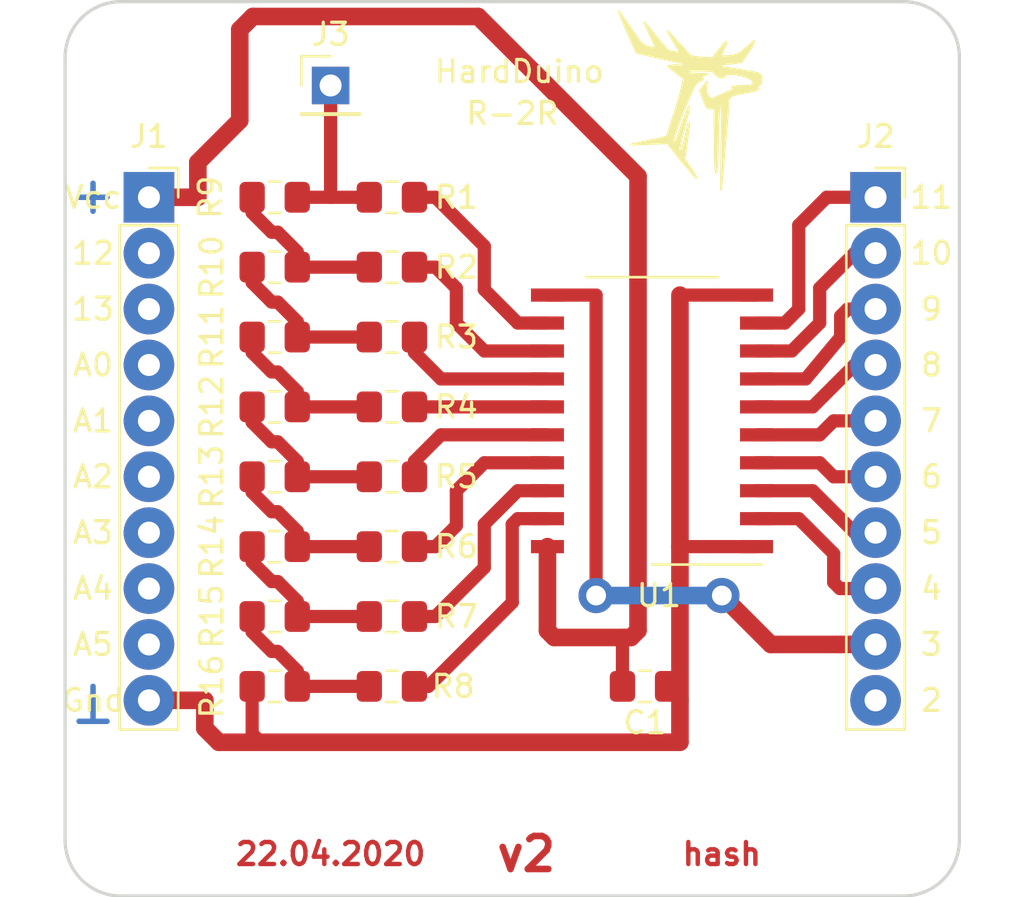
<source format=kicad_pcb>
(kicad_pcb (version 20171130) (host pcbnew "(5.1.5)-3")

  (general
    (thickness 1.6)
    (drawings 34)
    (tracks 150)
    (zones 0)
    (modules 25)
    (nets 37)
  )

  (page A4 portrait)
  (layers
    (0 F.Cu signal)
    (31 B.Cu signal)
    (32 B.Adhes user)
    (33 F.Adhes user)
    (34 B.Paste user)
    (35 F.Paste user)
    (36 B.SilkS user)
    (37 F.SilkS user)
    (38 B.Mask user)
    (39 F.Mask user)
    (40 Dwgs.User user)
    (41 Cmts.User user)
    (42 Eco1.User user)
    (43 Eco2.User user)
    (44 Edge.Cuts user)
    (45 Margin user)
    (46 B.CrtYd user)
    (47 F.CrtYd user)
    (48 B.Fab user)
    (49 F.Fab user)
  )

  (setup
    (last_trace_width 0.6)
    (user_trace_width 0.6)
    (user_trace_width 0.8)
    (trace_clearance 0.2)
    (zone_clearance 0.508)
    (zone_45_only no)
    (trace_min 0.2)
    (via_size 0.8)
    (via_drill 0.4)
    (via_min_size 0.4)
    (via_min_drill 0.3)
    (user_via 1.6 0.9)
    (uvia_size 0.3)
    (uvia_drill 0.1)
    (uvias_allowed no)
    (uvia_min_size 0.2)
    (uvia_min_drill 0.1)
    (edge_width 0.05)
    (segment_width 0.2)
    (pcb_text_width 0.3)
    (pcb_text_size 1.5 1.5)
    (mod_edge_width 0.12)
    (mod_text_size 1 1)
    (mod_text_width 0.15)
    (pad_size 2.3 2.3)
    (pad_drill 1)
    (pad_to_mask_clearance 0.051)
    (solder_mask_min_width 0.25)
    (aux_axis_origin 0 0)
    (visible_elements 7FFFFFFF)
    (pcbplotparams
      (layerselection 0x010fc_ffffffff)
      (usegerberextensions false)
      (usegerberattributes false)
      (usegerberadvancedattributes false)
      (creategerberjobfile false)
      (excludeedgelayer true)
      (linewidth 0.100000)
      (plotframeref false)
      (viasonmask false)
      (mode 1)
      (useauxorigin false)
      (hpglpennumber 1)
      (hpglpenspeed 20)
      (hpglpendiameter 15.000000)
      (psnegative false)
      (psa4output false)
      (plotreference true)
      (plotvalue true)
      (plotinvisibletext false)
      (padsonsilk false)
      (subtractmaskfromsilk false)
      (outputformat 1)
      (mirror false)
      (drillshape 1)
      (scaleselection 1)
      (outputdirectory ""))
  )

  (net 0 "")
  (net 1 VCC)
  (net 2 /12)
  (net 3 /13)
  (net 4 /A0)
  (net 5 /A1)
  (net 6 /A2)
  (net 7 /A3)
  (net 8 /A4)
  (net 9 /A5)
  (net 10 GND)
  (net 11 /2)
  (net 12 /3)
  (net 13 /4)
  (net 14 /5)
  (net 15 /6)
  (net 16 /7)
  (net 17 /8)
  (net 18 /9)
  (net 19 /10)
  (net 20 /11)
  (net 21 /Out)
  (net 22 "Net-(R1-Pad2)")
  (net 23 "Net-(R2-Pad2)")
  (net 24 "Net-(R10-Pad2)")
  (net 25 "Net-(R3-Pad2)")
  (net 26 "Net-(R10-Pad1)")
  (net 27 "Net-(R4-Pad2)")
  (net 28 "Net-(R11-Pad1)")
  (net 29 "Net-(R5-Pad2)")
  (net 30 "Net-(R12-Pad1)")
  (net 31 "Net-(R6-Pad2)")
  (net 32 "Net-(R13-Pad1)")
  (net 33 "Net-(R7-Pad2)")
  (net 34 "Net-(R14-Pad1)")
  (net 35 "Net-(R8-Pad2)")
  (net 36 "Net-(R15-Pad1)")

  (net_class Default "Это класс цепей по умолчанию."
    (clearance 0.2)
    (trace_width 0.25)
    (via_dia 0.8)
    (via_drill 0.4)
    (uvia_dia 0.3)
    (uvia_drill 0.1)
    (add_net /10)
    (add_net /11)
    (add_net /12)
    (add_net /13)
    (add_net /2)
    (add_net /3)
    (add_net /4)
    (add_net /5)
    (add_net /6)
    (add_net /7)
    (add_net /8)
    (add_net /9)
    (add_net /A0)
    (add_net /A1)
    (add_net /A2)
    (add_net /A3)
    (add_net /A4)
    (add_net /A5)
    (add_net /Out)
    (add_net GND)
    (add_net "Net-(R1-Pad2)")
    (add_net "Net-(R10-Pad1)")
    (add_net "Net-(R10-Pad2)")
    (add_net "Net-(R11-Pad1)")
    (add_net "Net-(R12-Pad1)")
    (add_net "Net-(R13-Pad1)")
    (add_net "Net-(R14-Pad1)")
    (add_net "Net-(R15-Pad1)")
    (add_net "Net-(R2-Pad2)")
    (add_net "Net-(R3-Pad2)")
    (add_net "Net-(R4-Pad2)")
    (add_net "Net-(R5-Pad2)")
    (add_net "Net-(R6-Pad2)")
    (add_net "Net-(R7-Pad2)")
    (add_net "Net-(R8-Pad2)")
    (add_net VCC)
  )

  (module Resistor_SMD:R_0805_2012Metric_Pad1.15x1.40mm_HandSolder (layer F.Cu) (tedit 5B36C52B) (tstamp 5EA0CCA2)
    (at 98.425 81.915)
    (descr "Resistor SMD 0805 (2012 Metric), square (rectangular) end terminal, IPC_7351 nominal with elongated pad for handsoldering. (Body size source: https://docs.google.com/spreadsheets/d/1BsfQQcO9C6DZCsRaXUlFlo91Tg2WpOkGARC1WS5S8t0/edit?usp=sharing), generated with kicad-footprint-generator")
    (tags "resistor handsolder")
    (path /5EA224DD)
    (attr smd)
    (fp_text reference R16 (at -2.8575 0 90) (layer F.SilkS)
      (effects (font (size 1 1) (thickness 0.15)))
    )
    (fp_text value 2k (at 0 1.65) (layer F.Fab)
      (effects (font (size 1 1) (thickness 0.15)))
    )
    (fp_text user %R (at 0 0) (layer F.Fab)
      (effects (font (size 0.5 0.5) (thickness 0.08)))
    )
    (fp_line (start 1.85 0.95) (end -1.85 0.95) (layer F.CrtYd) (width 0.05))
    (fp_line (start 1.85 -0.95) (end 1.85 0.95) (layer F.CrtYd) (width 0.05))
    (fp_line (start -1.85 -0.95) (end 1.85 -0.95) (layer F.CrtYd) (width 0.05))
    (fp_line (start -1.85 0.95) (end -1.85 -0.95) (layer F.CrtYd) (width 0.05))
    (fp_line (start -0.261252 0.71) (end 0.261252 0.71) (layer F.SilkS) (width 0.12))
    (fp_line (start -0.261252 -0.71) (end 0.261252 -0.71) (layer F.SilkS) (width 0.12))
    (fp_line (start 1 0.6) (end -1 0.6) (layer F.Fab) (width 0.1))
    (fp_line (start 1 -0.6) (end 1 0.6) (layer F.Fab) (width 0.1))
    (fp_line (start -1 -0.6) (end 1 -0.6) (layer F.Fab) (width 0.1))
    (fp_line (start -1 0.6) (end -1 -0.6) (layer F.Fab) (width 0.1))
    (pad 2 smd roundrect (at 1.025 0) (size 1.15 1.4) (layers F.Cu F.Paste F.Mask) (roundrect_rratio 0.217391)
      (net 36 "Net-(R15-Pad1)"))
    (pad 1 smd roundrect (at -1.025 0) (size 1.15 1.4) (layers F.Cu F.Paste F.Mask) (roundrect_rratio 0.217391)
      (net 10 GND))
    (model ${KISYS3DMOD}/Resistor_SMD.3dshapes/R_0805_2012Metric.wrl
      (at (xyz 0 0 0))
      (scale (xyz 1 1 1))
      (rotate (xyz 0 0 0))
    )
  )

  (module Resistor_SMD:R_0805_2012Metric_Pad1.15x1.40mm_HandSolder (layer F.Cu) (tedit 5B36C52B) (tstamp 5EA0CC91)
    (at 98.425 78.74)
    (descr "Resistor SMD 0805 (2012 Metric), square (rectangular) end terminal, IPC_7351 nominal with elongated pad for handsoldering. (Body size source: https://docs.google.com/spreadsheets/d/1BsfQQcO9C6DZCsRaXUlFlo91Tg2WpOkGARC1WS5S8t0/edit?usp=sharing), generated with kicad-footprint-generator")
    (tags "resistor handsolder")
    (path /5EA1EEA8)
    (attr smd)
    (fp_text reference R15 (at -2.8575 0 90) (layer F.SilkS)
      (effects (font (size 1 1) (thickness 0.15)))
    )
    (fp_text value 1k (at 0 1.65) (layer F.Fab)
      (effects (font (size 1 1) (thickness 0.15)))
    )
    (fp_text user %R (at 0 0) (layer F.Fab)
      (effects (font (size 0.5 0.5) (thickness 0.08)))
    )
    (fp_line (start 1.85 0.95) (end -1.85 0.95) (layer F.CrtYd) (width 0.05))
    (fp_line (start 1.85 -0.95) (end 1.85 0.95) (layer F.CrtYd) (width 0.05))
    (fp_line (start -1.85 -0.95) (end 1.85 -0.95) (layer F.CrtYd) (width 0.05))
    (fp_line (start -1.85 0.95) (end -1.85 -0.95) (layer F.CrtYd) (width 0.05))
    (fp_line (start -0.261252 0.71) (end 0.261252 0.71) (layer F.SilkS) (width 0.12))
    (fp_line (start -0.261252 -0.71) (end 0.261252 -0.71) (layer F.SilkS) (width 0.12))
    (fp_line (start 1 0.6) (end -1 0.6) (layer F.Fab) (width 0.1))
    (fp_line (start 1 -0.6) (end 1 0.6) (layer F.Fab) (width 0.1))
    (fp_line (start -1 -0.6) (end 1 -0.6) (layer F.Fab) (width 0.1))
    (fp_line (start -1 0.6) (end -1 -0.6) (layer F.Fab) (width 0.1))
    (pad 2 smd roundrect (at 1.025 0) (size 1.15 1.4) (layers F.Cu F.Paste F.Mask) (roundrect_rratio 0.217391)
      (net 34 "Net-(R14-Pad1)"))
    (pad 1 smd roundrect (at -1.025 0) (size 1.15 1.4) (layers F.Cu F.Paste F.Mask) (roundrect_rratio 0.217391)
      (net 36 "Net-(R15-Pad1)"))
    (model ${KISYS3DMOD}/Resistor_SMD.3dshapes/R_0805_2012Metric.wrl
      (at (xyz 0 0 0))
      (scale (xyz 1 1 1))
      (rotate (xyz 0 0 0))
    )
  )

  (module Resistor_SMD:R_0805_2012Metric_Pad1.15x1.40mm_HandSolder (layer F.Cu) (tedit 5B36C52B) (tstamp 5EA0CC80)
    (at 98.425 75.565)
    (descr "Resistor SMD 0805 (2012 Metric), square (rectangular) end terminal, IPC_7351 nominal with elongated pad for handsoldering. (Body size source: https://docs.google.com/spreadsheets/d/1BsfQQcO9C6DZCsRaXUlFlo91Tg2WpOkGARC1WS5S8t0/edit?usp=sharing), generated with kicad-footprint-generator")
    (tags "resistor handsolder")
    (path /5EA1EC11)
    (attr smd)
    (fp_text reference R14 (at -2.8575 0 90) (layer F.SilkS)
      (effects (font (size 1 1) (thickness 0.15)))
    )
    (fp_text value 1k (at 0 1.65) (layer F.Fab)
      (effects (font (size 1 1) (thickness 0.15)))
    )
    (fp_text user %R (at 0 0) (layer F.Fab)
      (effects (font (size 0.5 0.5) (thickness 0.08)))
    )
    (fp_line (start 1.85 0.95) (end -1.85 0.95) (layer F.CrtYd) (width 0.05))
    (fp_line (start 1.85 -0.95) (end 1.85 0.95) (layer F.CrtYd) (width 0.05))
    (fp_line (start -1.85 -0.95) (end 1.85 -0.95) (layer F.CrtYd) (width 0.05))
    (fp_line (start -1.85 0.95) (end -1.85 -0.95) (layer F.CrtYd) (width 0.05))
    (fp_line (start -0.261252 0.71) (end 0.261252 0.71) (layer F.SilkS) (width 0.12))
    (fp_line (start -0.261252 -0.71) (end 0.261252 -0.71) (layer F.SilkS) (width 0.12))
    (fp_line (start 1 0.6) (end -1 0.6) (layer F.Fab) (width 0.1))
    (fp_line (start 1 -0.6) (end 1 0.6) (layer F.Fab) (width 0.1))
    (fp_line (start -1 -0.6) (end 1 -0.6) (layer F.Fab) (width 0.1))
    (fp_line (start -1 0.6) (end -1 -0.6) (layer F.Fab) (width 0.1))
    (pad 2 smd roundrect (at 1.025 0) (size 1.15 1.4) (layers F.Cu F.Paste F.Mask) (roundrect_rratio 0.217391)
      (net 32 "Net-(R13-Pad1)"))
    (pad 1 smd roundrect (at -1.025 0) (size 1.15 1.4) (layers F.Cu F.Paste F.Mask) (roundrect_rratio 0.217391)
      (net 34 "Net-(R14-Pad1)"))
    (model ${KISYS3DMOD}/Resistor_SMD.3dshapes/R_0805_2012Metric.wrl
      (at (xyz 0 0 0))
      (scale (xyz 1 1 1))
      (rotate (xyz 0 0 0))
    )
  )

  (module Resistor_SMD:R_0805_2012Metric_Pad1.15x1.40mm_HandSolder (layer F.Cu) (tedit 5B36C52B) (tstamp 5EA0CC6F)
    (at 98.425 72.39)
    (descr "Resistor SMD 0805 (2012 Metric), square (rectangular) end terminal, IPC_7351 nominal with elongated pad for handsoldering. (Body size source: https://docs.google.com/spreadsheets/d/1BsfQQcO9C6DZCsRaXUlFlo91Tg2WpOkGARC1WS5S8t0/edit?usp=sharing), generated with kicad-footprint-generator")
    (tags "resistor handsolder")
    (path /5EA1E8A9)
    (attr smd)
    (fp_text reference R13 (at -2.8575 0 90) (layer F.SilkS)
      (effects (font (size 1 1) (thickness 0.15)))
    )
    (fp_text value 1k (at 0 1.65) (layer F.Fab)
      (effects (font (size 1 1) (thickness 0.15)))
    )
    (fp_text user %R (at 0 0) (layer F.Fab)
      (effects (font (size 0.5 0.5) (thickness 0.08)))
    )
    (fp_line (start 1.85 0.95) (end -1.85 0.95) (layer F.CrtYd) (width 0.05))
    (fp_line (start 1.85 -0.95) (end 1.85 0.95) (layer F.CrtYd) (width 0.05))
    (fp_line (start -1.85 -0.95) (end 1.85 -0.95) (layer F.CrtYd) (width 0.05))
    (fp_line (start -1.85 0.95) (end -1.85 -0.95) (layer F.CrtYd) (width 0.05))
    (fp_line (start -0.261252 0.71) (end 0.261252 0.71) (layer F.SilkS) (width 0.12))
    (fp_line (start -0.261252 -0.71) (end 0.261252 -0.71) (layer F.SilkS) (width 0.12))
    (fp_line (start 1 0.6) (end -1 0.6) (layer F.Fab) (width 0.1))
    (fp_line (start 1 -0.6) (end 1 0.6) (layer F.Fab) (width 0.1))
    (fp_line (start -1 -0.6) (end 1 -0.6) (layer F.Fab) (width 0.1))
    (fp_line (start -1 0.6) (end -1 -0.6) (layer F.Fab) (width 0.1))
    (pad 2 smd roundrect (at 1.025 0) (size 1.15 1.4) (layers F.Cu F.Paste F.Mask) (roundrect_rratio 0.217391)
      (net 30 "Net-(R12-Pad1)"))
    (pad 1 smd roundrect (at -1.025 0) (size 1.15 1.4) (layers F.Cu F.Paste F.Mask) (roundrect_rratio 0.217391)
      (net 32 "Net-(R13-Pad1)"))
    (model ${KISYS3DMOD}/Resistor_SMD.3dshapes/R_0805_2012Metric.wrl
      (at (xyz 0 0 0))
      (scale (xyz 1 1 1))
      (rotate (xyz 0 0 0))
    )
  )

  (module Resistor_SMD:R_0805_2012Metric_Pad1.15x1.40mm_HandSolder (layer F.Cu) (tedit 5B36C52B) (tstamp 5EA0CC5E)
    (at 98.425 69.215)
    (descr "Resistor SMD 0805 (2012 Metric), square (rectangular) end terminal, IPC_7351 nominal with elongated pad for handsoldering. (Body size source: https://docs.google.com/spreadsheets/d/1BsfQQcO9C6DZCsRaXUlFlo91Tg2WpOkGARC1WS5S8t0/edit?usp=sharing), generated with kicad-footprint-generator")
    (tags "resistor handsolder")
    (path /5EA1E51C)
    (attr smd)
    (fp_text reference R12 (at -2.8575 0 90) (layer F.SilkS)
      (effects (font (size 1 1) (thickness 0.15)))
    )
    (fp_text value 1k (at 0 1.65) (layer F.Fab)
      (effects (font (size 1 1) (thickness 0.15)))
    )
    (fp_text user %R (at 0 0) (layer F.Fab)
      (effects (font (size 0.5 0.5) (thickness 0.08)))
    )
    (fp_line (start 1.85 0.95) (end -1.85 0.95) (layer F.CrtYd) (width 0.05))
    (fp_line (start 1.85 -0.95) (end 1.85 0.95) (layer F.CrtYd) (width 0.05))
    (fp_line (start -1.85 -0.95) (end 1.85 -0.95) (layer F.CrtYd) (width 0.05))
    (fp_line (start -1.85 0.95) (end -1.85 -0.95) (layer F.CrtYd) (width 0.05))
    (fp_line (start -0.261252 0.71) (end 0.261252 0.71) (layer F.SilkS) (width 0.12))
    (fp_line (start -0.261252 -0.71) (end 0.261252 -0.71) (layer F.SilkS) (width 0.12))
    (fp_line (start 1 0.6) (end -1 0.6) (layer F.Fab) (width 0.1))
    (fp_line (start 1 -0.6) (end 1 0.6) (layer F.Fab) (width 0.1))
    (fp_line (start -1 -0.6) (end 1 -0.6) (layer F.Fab) (width 0.1))
    (fp_line (start -1 0.6) (end -1 -0.6) (layer F.Fab) (width 0.1))
    (pad 2 smd roundrect (at 1.025 0) (size 1.15 1.4) (layers F.Cu F.Paste F.Mask) (roundrect_rratio 0.217391)
      (net 28 "Net-(R11-Pad1)"))
    (pad 1 smd roundrect (at -1.025 0) (size 1.15 1.4) (layers F.Cu F.Paste F.Mask) (roundrect_rratio 0.217391)
      (net 30 "Net-(R12-Pad1)"))
    (model ${KISYS3DMOD}/Resistor_SMD.3dshapes/R_0805_2012Metric.wrl
      (at (xyz 0 0 0))
      (scale (xyz 1 1 1))
      (rotate (xyz 0 0 0))
    )
  )

  (module Resistor_SMD:R_0805_2012Metric_Pad1.15x1.40mm_HandSolder (layer F.Cu) (tedit 5B36C52B) (tstamp 5EA0CC4D)
    (at 98.425 66.04)
    (descr "Resistor SMD 0805 (2012 Metric), square (rectangular) end terminal, IPC_7351 nominal with elongated pad for handsoldering. (Body size source: https://docs.google.com/spreadsheets/d/1BsfQQcO9C6DZCsRaXUlFlo91Tg2WpOkGARC1WS5S8t0/edit?usp=sharing), generated with kicad-footprint-generator")
    (tags "resistor handsolder")
    (path /5EA1E14D)
    (attr smd)
    (fp_text reference R11 (at -2.8575 0 90) (layer F.SilkS)
      (effects (font (size 1 1) (thickness 0.15)))
    )
    (fp_text value 1k (at 0 1.65) (layer F.Fab)
      (effects (font (size 1 1) (thickness 0.15)))
    )
    (fp_text user %R (at 0 0) (layer F.Fab)
      (effects (font (size 0.5 0.5) (thickness 0.08)))
    )
    (fp_line (start 1.85 0.95) (end -1.85 0.95) (layer F.CrtYd) (width 0.05))
    (fp_line (start 1.85 -0.95) (end 1.85 0.95) (layer F.CrtYd) (width 0.05))
    (fp_line (start -1.85 -0.95) (end 1.85 -0.95) (layer F.CrtYd) (width 0.05))
    (fp_line (start -1.85 0.95) (end -1.85 -0.95) (layer F.CrtYd) (width 0.05))
    (fp_line (start -0.261252 0.71) (end 0.261252 0.71) (layer F.SilkS) (width 0.12))
    (fp_line (start -0.261252 -0.71) (end 0.261252 -0.71) (layer F.SilkS) (width 0.12))
    (fp_line (start 1 0.6) (end -1 0.6) (layer F.Fab) (width 0.1))
    (fp_line (start 1 -0.6) (end 1 0.6) (layer F.Fab) (width 0.1))
    (fp_line (start -1 -0.6) (end 1 -0.6) (layer F.Fab) (width 0.1))
    (fp_line (start -1 0.6) (end -1 -0.6) (layer F.Fab) (width 0.1))
    (pad 2 smd roundrect (at 1.025 0) (size 1.15 1.4) (layers F.Cu F.Paste F.Mask) (roundrect_rratio 0.217391)
      (net 26 "Net-(R10-Pad1)"))
    (pad 1 smd roundrect (at -1.025 0) (size 1.15 1.4) (layers F.Cu F.Paste F.Mask) (roundrect_rratio 0.217391)
      (net 28 "Net-(R11-Pad1)"))
    (model ${KISYS3DMOD}/Resistor_SMD.3dshapes/R_0805_2012Metric.wrl
      (at (xyz 0 0 0))
      (scale (xyz 1 1 1))
      (rotate (xyz 0 0 0))
    )
  )

  (module Resistor_SMD:R_0805_2012Metric_Pad1.15x1.40mm_HandSolder (layer F.Cu) (tedit 5B36C52B) (tstamp 5EA0CC3C)
    (at 98.425 62.865)
    (descr "Resistor SMD 0805 (2012 Metric), square (rectangular) end terminal, IPC_7351 nominal with elongated pad for handsoldering. (Body size source: https://docs.google.com/spreadsheets/d/1BsfQQcO9C6DZCsRaXUlFlo91Tg2WpOkGARC1WS5S8t0/edit?usp=sharing), generated with kicad-footprint-generator")
    (tags "resistor handsolder")
    (path /5EA1DD77)
    (attr smd)
    (fp_text reference R10 (at -2.8575 0 90) (layer F.SilkS)
      (effects (font (size 1 1) (thickness 0.15)))
    )
    (fp_text value 1k (at 0 1.65) (layer F.Fab)
      (effects (font (size 1 1) (thickness 0.15)))
    )
    (fp_text user %R (at 0 0) (layer F.Fab)
      (effects (font (size 0.5 0.5) (thickness 0.08)))
    )
    (fp_line (start 1.85 0.95) (end -1.85 0.95) (layer F.CrtYd) (width 0.05))
    (fp_line (start 1.85 -0.95) (end 1.85 0.95) (layer F.CrtYd) (width 0.05))
    (fp_line (start -1.85 -0.95) (end 1.85 -0.95) (layer F.CrtYd) (width 0.05))
    (fp_line (start -1.85 0.95) (end -1.85 -0.95) (layer F.CrtYd) (width 0.05))
    (fp_line (start -0.261252 0.71) (end 0.261252 0.71) (layer F.SilkS) (width 0.12))
    (fp_line (start -0.261252 -0.71) (end 0.261252 -0.71) (layer F.SilkS) (width 0.12))
    (fp_line (start 1 0.6) (end -1 0.6) (layer F.Fab) (width 0.1))
    (fp_line (start 1 -0.6) (end 1 0.6) (layer F.Fab) (width 0.1))
    (fp_line (start -1 -0.6) (end 1 -0.6) (layer F.Fab) (width 0.1))
    (fp_line (start -1 0.6) (end -1 -0.6) (layer F.Fab) (width 0.1))
    (pad 2 smd roundrect (at 1.025 0) (size 1.15 1.4) (layers F.Cu F.Paste F.Mask) (roundrect_rratio 0.217391)
      (net 24 "Net-(R10-Pad2)"))
    (pad 1 smd roundrect (at -1.025 0) (size 1.15 1.4) (layers F.Cu F.Paste F.Mask) (roundrect_rratio 0.217391)
      (net 26 "Net-(R10-Pad1)"))
    (model ${KISYS3DMOD}/Resistor_SMD.3dshapes/R_0805_2012Metric.wrl
      (at (xyz 0 0 0))
      (scale (xyz 1 1 1))
      (rotate (xyz 0 0 0))
    )
  )

  (module Resistor_SMD:R_0805_2012Metric_Pad1.15x1.40mm_HandSolder (layer F.Cu) (tedit 5B36C52B) (tstamp 5EA0CC2B)
    (at 98.425 59.69)
    (descr "Resistor SMD 0805 (2012 Metric), square (rectangular) end terminal, IPC_7351 nominal with elongated pad for handsoldering. (Body size source: https://docs.google.com/spreadsheets/d/1BsfQQcO9C6DZCsRaXUlFlo91Tg2WpOkGARC1WS5S8t0/edit?usp=sharing), generated with kicad-footprint-generator")
    (tags "resistor handsolder")
    (path /5EA1C965)
    (attr smd)
    (fp_text reference R9 (at -2.93 0 90) (layer F.SilkS)
      (effects (font (size 1 1) (thickness 0.15)))
    )
    (fp_text value 1k (at 0 1.65) (layer F.Fab)
      (effects (font (size 1 1) (thickness 0.15)))
    )
    (fp_text user %R (at 0 0 180) (layer F.Fab)
      (effects (font (size 0.5 0.5) (thickness 0.08)))
    )
    (fp_line (start 1.85 0.95) (end -1.85 0.95) (layer F.CrtYd) (width 0.05))
    (fp_line (start 1.85 -0.95) (end 1.85 0.95) (layer F.CrtYd) (width 0.05))
    (fp_line (start -1.85 -0.95) (end 1.85 -0.95) (layer F.CrtYd) (width 0.05))
    (fp_line (start -1.85 0.95) (end -1.85 -0.95) (layer F.CrtYd) (width 0.05))
    (fp_line (start -0.261252 0.71) (end 0.261252 0.71) (layer F.SilkS) (width 0.12))
    (fp_line (start -0.261252 -0.71) (end 0.261252 -0.71) (layer F.SilkS) (width 0.12))
    (fp_line (start 1 0.6) (end -1 0.6) (layer F.Fab) (width 0.1))
    (fp_line (start 1 -0.6) (end 1 0.6) (layer F.Fab) (width 0.1))
    (fp_line (start -1 -0.6) (end 1 -0.6) (layer F.Fab) (width 0.1))
    (fp_line (start -1 0.6) (end -1 -0.6) (layer F.Fab) (width 0.1))
    (pad 2 smd roundrect (at 1.025 0) (size 1.15 1.4) (layers F.Cu F.Paste F.Mask) (roundrect_rratio 0.217391)
      (net 21 /Out))
    (pad 1 smd roundrect (at -1.025 0) (size 1.15 1.4) (layers F.Cu F.Paste F.Mask) (roundrect_rratio 0.217391)
      (net 24 "Net-(R10-Pad2)"))
    (model ${KISYS3DMOD}/Resistor_SMD.3dshapes/R_0805_2012Metric.wrl
      (at (xyz 0 0 0))
      (scale (xyz 1 1 1))
      (rotate (xyz 0 0 0))
    )
  )

  (module Resistor_SMD:R_0805_2012Metric_Pad1.15x1.40mm_HandSolder (layer F.Cu) (tedit 5B36C52B) (tstamp 5EA0CC1A)
    (at 103.75 81.915)
    (descr "Resistor SMD 0805 (2012 Metric), square (rectangular) end terminal, IPC_7351 nominal with elongated pad for handsoldering. (Body size source: https://docs.google.com/spreadsheets/d/1BsfQQcO9C6DZCsRaXUlFlo91Tg2WpOkGARC1WS5S8t0/edit?usp=sharing), generated with kicad-footprint-generator")
    (tags "resistor handsolder")
    (path /5EA1BCE6)
    (attr smd)
    (fp_text reference R8 (at 2.785 0) (layer F.SilkS)
      (effects (font (size 1 1) (thickness 0.15)))
    )
    (fp_text value 2k (at 0 1.65) (layer F.Fab)
      (effects (font (size 1 1) (thickness 0.15)))
    )
    (fp_text user %R (at 0 0) (layer F.Fab)
      (effects (font (size 0.5 0.5) (thickness 0.08)))
    )
    (fp_line (start 1.85 0.95) (end -1.85 0.95) (layer F.CrtYd) (width 0.05))
    (fp_line (start 1.85 -0.95) (end 1.85 0.95) (layer F.CrtYd) (width 0.05))
    (fp_line (start -1.85 -0.95) (end 1.85 -0.95) (layer F.CrtYd) (width 0.05))
    (fp_line (start -1.85 0.95) (end -1.85 -0.95) (layer F.CrtYd) (width 0.05))
    (fp_line (start -0.261252 0.71) (end 0.261252 0.71) (layer F.SilkS) (width 0.12))
    (fp_line (start -0.261252 -0.71) (end 0.261252 -0.71) (layer F.SilkS) (width 0.12))
    (fp_line (start 1 0.6) (end -1 0.6) (layer F.Fab) (width 0.1))
    (fp_line (start 1 -0.6) (end 1 0.6) (layer F.Fab) (width 0.1))
    (fp_line (start -1 -0.6) (end 1 -0.6) (layer F.Fab) (width 0.1))
    (fp_line (start -1 0.6) (end -1 -0.6) (layer F.Fab) (width 0.1))
    (pad 2 smd roundrect (at 1.025 0) (size 1.15 1.4) (layers F.Cu F.Paste F.Mask) (roundrect_rratio 0.217391)
      (net 35 "Net-(R8-Pad2)"))
    (pad 1 smd roundrect (at -1.025 0) (size 1.15 1.4) (layers F.Cu F.Paste F.Mask) (roundrect_rratio 0.217391)
      (net 36 "Net-(R15-Pad1)"))
    (model ${KISYS3DMOD}/Resistor_SMD.3dshapes/R_0805_2012Metric.wrl
      (at (xyz 0 0 0))
      (scale (xyz 1 1 1))
      (rotate (xyz 0 0 0))
    )
  )

  (module Resistor_SMD:R_0805_2012Metric_Pad1.15x1.40mm_HandSolder (layer F.Cu) (tedit 5B36C52B) (tstamp 5EA0CC09)
    (at 103.75 78.74)
    (descr "Resistor SMD 0805 (2012 Metric), square (rectangular) end terminal, IPC_7351 nominal with elongated pad for handsoldering. (Body size source: https://docs.google.com/spreadsheets/d/1BsfQQcO9C6DZCsRaXUlFlo91Tg2WpOkGARC1WS5S8t0/edit?usp=sharing), generated with kicad-footprint-generator")
    (tags "resistor handsolder")
    (path /5EA1B982)
    (attr smd)
    (fp_text reference R7 (at 2.93 0) (layer F.SilkS)
      (effects (font (size 1 1) (thickness 0.15)))
    )
    (fp_text value 2k (at 0 1.65) (layer F.Fab)
      (effects (font (size 1 1) (thickness 0.15)))
    )
    (fp_text user %R (at 0 0) (layer F.Fab)
      (effects (font (size 0.5 0.5) (thickness 0.08)))
    )
    (fp_line (start 1.85 0.95) (end -1.85 0.95) (layer F.CrtYd) (width 0.05))
    (fp_line (start 1.85 -0.95) (end 1.85 0.95) (layer F.CrtYd) (width 0.05))
    (fp_line (start -1.85 -0.95) (end 1.85 -0.95) (layer F.CrtYd) (width 0.05))
    (fp_line (start -1.85 0.95) (end -1.85 -0.95) (layer F.CrtYd) (width 0.05))
    (fp_line (start -0.261252 0.71) (end 0.261252 0.71) (layer F.SilkS) (width 0.12))
    (fp_line (start -0.261252 -0.71) (end 0.261252 -0.71) (layer F.SilkS) (width 0.12))
    (fp_line (start 1 0.6) (end -1 0.6) (layer F.Fab) (width 0.1))
    (fp_line (start 1 -0.6) (end 1 0.6) (layer F.Fab) (width 0.1))
    (fp_line (start -1 -0.6) (end 1 -0.6) (layer F.Fab) (width 0.1))
    (fp_line (start -1 0.6) (end -1 -0.6) (layer F.Fab) (width 0.1))
    (pad 2 smd roundrect (at 1.025 0) (size 1.15 1.4) (layers F.Cu F.Paste F.Mask) (roundrect_rratio 0.217391)
      (net 33 "Net-(R7-Pad2)"))
    (pad 1 smd roundrect (at -1.025 0) (size 1.15 1.4) (layers F.Cu F.Paste F.Mask) (roundrect_rratio 0.217391)
      (net 34 "Net-(R14-Pad1)"))
    (model ${KISYS3DMOD}/Resistor_SMD.3dshapes/R_0805_2012Metric.wrl
      (at (xyz 0 0 0))
      (scale (xyz 1 1 1))
      (rotate (xyz 0 0 0))
    )
  )

  (module Resistor_SMD:R_0805_2012Metric_Pad1.15x1.40mm_HandSolder (layer F.Cu) (tedit 5B36C52B) (tstamp 5EA0CBF8)
    (at 103.75 75.565)
    (descr "Resistor SMD 0805 (2012 Metric), square (rectangular) end terminal, IPC_7351 nominal with elongated pad for handsoldering. (Body size source: https://docs.google.com/spreadsheets/d/1BsfQQcO9C6DZCsRaXUlFlo91Tg2WpOkGARC1WS5S8t0/edit?usp=sharing), generated with kicad-footprint-generator")
    (tags "resistor handsolder")
    (path /5EA1B634)
    (attr smd)
    (fp_text reference R6 (at 2.93 0) (layer F.SilkS)
      (effects (font (size 1 1) (thickness 0.15)))
    )
    (fp_text value 2k (at 0 1.65) (layer F.Fab)
      (effects (font (size 1 1) (thickness 0.15)))
    )
    (fp_text user %R (at 0 0) (layer F.Fab)
      (effects (font (size 0.5 0.5) (thickness 0.08)))
    )
    (fp_line (start 1.85 0.95) (end -1.85 0.95) (layer F.CrtYd) (width 0.05))
    (fp_line (start 1.85 -0.95) (end 1.85 0.95) (layer F.CrtYd) (width 0.05))
    (fp_line (start -1.85 -0.95) (end 1.85 -0.95) (layer F.CrtYd) (width 0.05))
    (fp_line (start -1.85 0.95) (end -1.85 -0.95) (layer F.CrtYd) (width 0.05))
    (fp_line (start -0.261252 0.71) (end 0.261252 0.71) (layer F.SilkS) (width 0.12))
    (fp_line (start -0.261252 -0.71) (end 0.261252 -0.71) (layer F.SilkS) (width 0.12))
    (fp_line (start 1 0.6) (end -1 0.6) (layer F.Fab) (width 0.1))
    (fp_line (start 1 -0.6) (end 1 0.6) (layer F.Fab) (width 0.1))
    (fp_line (start -1 -0.6) (end 1 -0.6) (layer F.Fab) (width 0.1))
    (fp_line (start -1 0.6) (end -1 -0.6) (layer F.Fab) (width 0.1))
    (pad 2 smd roundrect (at 1.025 0) (size 1.15 1.4) (layers F.Cu F.Paste F.Mask) (roundrect_rratio 0.217391)
      (net 31 "Net-(R6-Pad2)"))
    (pad 1 smd roundrect (at -1.025 0) (size 1.15 1.4) (layers F.Cu F.Paste F.Mask) (roundrect_rratio 0.217391)
      (net 32 "Net-(R13-Pad1)"))
    (model ${KISYS3DMOD}/Resistor_SMD.3dshapes/R_0805_2012Metric.wrl
      (at (xyz 0 0 0))
      (scale (xyz 1 1 1))
      (rotate (xyz 0 0 0))
    )
  )

  (module Resistor_SMD:R_0805_2012Metric_Pad1.15x1.40mm_HandSolder (layer F.Cu) (tedit 5B36C52B) (tstamp 5EA0CBE7)
    (at 103.75 72.39)
    (descr "Resistor SMD 0805 (2012 Metric), square (rectangular) end terminal, IPC_7351 nominal with elongated pad for handsoldering. (Body size source: https://docs.google.com/spreadsheets/d/1BsfQQcO9C6DZCsRaXUlFlo91Tg2WpOkGARC1WS5S8t0/edit?usp=sharing), generated with kicad-footprint-generator")
    (tags "resistor handsolder")
    (path /5EA1B25C)
    (attr smd)
    (fp_text reference R5 (at 2.93 0) (layer F.SilkS)
      (effects (font (size 1 1) (thickness 0.15)))
    )
    (fp_text value 2k (at 0 1.65) (layer F.Fab)
      (effects (font (size 1 1) (thickness 0.15)))
    )
    (fp_text user %R (at 0 0) (layer F.Fab)
      (effects (font (size 0.5 0.5) (thickness 0.08)))
    )
    (fp_line (start 1.85 0.95) (end -1.85 0.95) (layer F.CrtYd) (width 0.05))
    (fp_line (start 1.85 -0.95) (end 1.85 0.95) (layer F.CrtYd) (width 0.05))
    (fp_line (start -1.85 -0.95) (end 1.85 -0.95) (layer F.CrtYd) (width 0.05))
    (fp_line (start -1.85 0.95) (end -1.85 -0.95) (layer F.CrtYd) (width 0.05))
    (fp_line (start -0.261252 0.71) (end 0.261252 0.71) (layer F.SilkS) (width 0.12))
    (fp_line (start -0.261252 -0.71) (end 0.261252 -0.71) (layer F.SilkS) (width 0.12))
    (fp_line (start 1 0.6) (end -1 0.6) (layer F.Fab) (width 0.1))
    (fp_line (start 1 -0.6) (end 1 0.6) (layer F.Fab) (width 0.1))
    (fp_line (start -1 -0.6) (end 1 -0.6) (layer F.Fab) (width 0.1))
    (fp_line (start -1 0.6) (end -1 -0.6) (layer F.Fab) (width 0.1))
    (pad 2 smd roundrect (at 1.025 0) (size 1.15 1.4) (layers F.Cu F.Paste F.Mask) (roundrect_rratio 0.217391)
      (net 29 "Net-(R5-Pad2)"))
    (pad 1 smd roundrect (at -1.025 0) (size 1.15 1.4) (layers F.Cu F.Paste F.Mask) (roundrect_rratio 0.217391)
      (net 30 "Net-(R12-Pad1)"))
    (model ${KISYS3DMOD}/Resistor_SMD.3dshapes/R_0805_2012Metric.wrl
      (at (xyz 0 0 0))
      (scale (xyz 1 1 1))
      (rotate (xyz 0 0 0))
    )
  )

  (module Resistor_SMD:R_0805_2012Metric_Pad1.15x1.40mm_HandSolder (layer F.Cu) (tedit 5B36C52B) (tstamp 5EA0CBD6)
    (at 103.75 69.215)
    (descr "Resistor SMD 0805 (2012 Metric), square (rectangular) end terminal, IPC_7351 nominal with elongated pad for handsoldering. (Body size source: https://docs.google.com/spreadsheets/d/1BsfQQcO9C6DZCsRaXUlFlo91Tg2WpOkGARC1WS5S8t0/edit?usp=sharing), generated with kicad-footprint-generator")
    (tags "resistor handsolder")
    (path /5EA1A86C)
    (attr smd)
    (fp_text reference R4 (at 2.93 0) (layer F.SilkS)
      (effects (font (size 1 1) (thickness 0.15)))
    )
    (fp_text value 2k (at 0 1.65) (layer F.Fab)
      (effects (font (size 1 1) (thickness 0.15)))
    )
    (fp_text user %R (at 0 0) (layer F.Fab)
      (effects (font (size 0.5 0.5) (thickness 0.08)))
    )
    (fp_line (start 1.85 0.95) (end -1.85 0.95) (layer F.CrtYd) (width 0.05))
    (fp_line (start 1.85 -0.95) (end 1.85 0.95) (layer F.CrtYd) (width 0.05))
    (fp_line (start -1.85 -0.95) (end 1.85 -0.95) (layer F.CrtYd) (width 0.05))
    (fp_line (start -1.85 0.95) (end -1.85 -0.95) (layer F.CrtYd) (width 0.05))
    (fp_line (start -0.261252 0.71) (end 0.261252 0.71) (layer F.SilkS) (width 0.12))
    (fp_line (start -0.261252 -0.71) (end 0.261252 -0.71) (layer F.SilkS) (width 0.12))
    (fp_line (start 1 0.6) (end -1 0.6) (layer F.Fab) (width 0.1))
    (fp_line (start 1 -0.6) (end 1 0.6) (layer F.Fab) (width 0.1))
    (fp_line (start -1 -0.6) (end 1 -0.6) (layer F.Fab) (width 0.1))
    (fp_line (start -1 0.6) (end -1 -0.6) (layer F.Fab) (width 0.1))
    (pad 2 smd roundrect (at 1.025 0) (size 1.15 1.4) (layers F.Cu F.Paste F.Mask) (roundrect_rratio 0.217391)
      (net 27 "Net-(R4-Pad2)"))
    (pad 1 smd roundrect (at -1.025 0) (size 1.15 1.4) (layers F.Cu F.Paste F.Mask) (roundrect_rratio 0.217391)
      (net 28 "Net-(R11-Pad1)"))
    (model ${KISYS3DMOD}/Resistor_SMD.3dshapes/R_0805_2012Metric.wrl
      (at (xyz 0 0 0))
      (scale (xyz 1 1 1))
      (rotate (xyz 0 0 0))
    )
  )

  (module Resistor_SMD:R_0805_2012Metric_Pad1.15x1.40mm_HandSolder (layer F.Cu) (tedit 5B36C52B) (tstamp 5EA0CBC5)
    (at 103.75 66.04)
    (descr "Resistor SMD 0805 (2012 Metric), square (rectangular) end terminal, IPC_7351 nominal with elongated pad for handsoldering. (Body size source: https://docs.google.com/spreadsheets/d/1BsfQQcO9C6DZCsRaXUlFlo91Tg2WpOkGARC1WS5S8t0/edit?usp=sharing), generated with kicad-footprint-generator")
    (tags "resistor handsolder")
    (path /5EA1A571)
    (attr smd)
    (fp_text reference R3 (at 2.93 0) (layer F.SilkS)
      (effects (font (size 1 1) (thickness 0.15)))
    )
    (fp_text value 2k (at 0 1.65) (layer F.Fab)
      (effects (font (size 1 1) (thickness 0.15)))
    )
    (fp_text user %R (at 0 0) (layer F.Fab)
      (effects (font (size 0.5 0.5) (thickness 0.08)))
    )
    (fp_line (start 1.85 0.95) (end -1.85 0.95) (layer F.CrtYd) (width 0.05))
    (fp_line (start 1.85 -0.95) (end 1.85 0.95) (layer F.CrtYd) (width 0.05))
    (fp_line (start -1.85 -0.95) (end 1.85 -0.95) (layer F.CrtYd) (width 0.05))
    (fp_line (start -1.85 0.95) (end -1.85 -0.95) (layer F.CrtYd) (width 0.05))
    (fp_line (start -0.261252 0.71) (end 0.261252 0.71) (layer F.SilkS) (width 0.12))
    (fp_line (start -0.261252 -0.71) (end 0.261252 -0.71) (layer F.SilkS) (width 0.12))
    (fp_line (start 1 0.6) (end -1 0.6) (layer F.Fab) (width 0.1))
    (fp_line (start 1 -0.6) (end 1 0.6) (layer F.Fab) (width 0.1))
    (fp_line (start -1 -0.6) (end 1 -0.6) (layer F.Fab) (width 0.1))
    (fp_line (start -1 0.6) (end -1 -0.6) (layer F.Fab) (width 0.1))
    (pad 2 smd roundrect (at 1.025 0) (size 1.15 1.4) (layers F.Cu F.Paste F.Mask) (roundrect_rratio 0.217391)
      (net 25 "Net-(R3-Pad2)"))
    (pad 1 smd roundrect (at -1.025 0) (size 1.15 1.4) (layers F.Cu F.Paste F.Mask) (roundrect_rratio 0.217391)
      (net 26 "Net-(R10-Pad1)"))
    (model ${KISYS3DMOD}/Resistor_SMD.3dshapes/R_0805_2012Metric.wrl
      (at (xyz 0 0 0))
      (scale (xyz 1 1 1))
      (rotate (xyz 0 0 0))
    )
  )

  (module Resistor_SMD:R_0805_2012Metric_Pad1.15x1.40mm_HandSolder (layer F.Cu) (tedit 5B36C52B) (tstamp 5EA0CBB4)
    (at 103.75 62.865)
    (descr "Resistor SMD 0805 (2012 Metric), square (rectangular) end terminal, IPC_7351 nominal with elongated pad for handsoldering. (Body size source: https://docs.google.com/spreadsheets/d/1BsfQQcO9C6DZCsRaXUlFlo91Tg2WpOkGARC1WS5S8t0/edit?usp=sharing), generated with kicad-footprint-generator")
    (tags "resistor handsolder")
    (path /5EA1A329)
    (attr smd)
    (fp_text reference R2 (at 2.93 0) (layer F.SilkS)
      (effects (font (size 1 1) (thickness 0.15)))
    )
    (fp_text value 2k (at 0 1.65) (layer F.Fab)
      (effects (font (size 1 1) (thickness 0.15)))
    )
    (fp_text user %R (at 0 0) (layer F.Fab)
      (effects (font (size 0.5 0.5) (thickness 0.08)))
    )
    (fp_line (start 1.85 0.95) (end -1.85 0.95) (layer F.CrtYd) (width 0.05))
    (fp_line (start 1.85 -0.95) (end 1.85 0.95) (layer F.CrtYd) (width 0.05))
    (fp_line (start -1.85 -0.95) (end 1.85 -0.95) (layer F.CrtYd) (width 0.05))
    (fp_line (start -1.85 0.95) (end -1.85 -0.95) (layer F.CrtYd) (width 0.05))
    (fp_line (start -0.261252 0.71) (end 0.261252 0.71) (layer F.SilkS) (width 0.12))
    (fp_line (start -0.261252 -0.71) (end 0.261252 -0.71) (layer F.SilkS) (width 0.12))
    (fp_line (start 1 0.6) (end -1 0.6) (layer F.Fab) (width 0.1))
    (fp_line (start 1 -0.6) (end 1 0.6) (layer F.Fab) (width 0.1))
    (fp_line (start -1 -0.6) (end 1 -0.6) (layer F.Fab) (width 0.1))
    (fp_line (start -1 0.6) (end -1 -0.6) (layer F.Fab) (width 0.1))
    (pad 2 smd roundrect (at 1.025 0) (size 1.15 1.4) (layers F.Cu F.Paste F.Mask) (roundrect_rratio 0.217391)
      (net 23 "Net-(R2-Pad2)"))
    (pad 1 smd roundrect (at -1.025 0) (size 1.15 1.4) (layers F.Cu F.Paste F.Mask) (roundrect_rratio 0.217391)
      (net 24 "Net-(R10-Pad2)"))
    (model ${KISYS3DMOD}/Resistor_SMD.3dshapes/R_0805_2012Metric.wrl
      (at (xyz 0 0 0))
      (scale (xyz 1 1 1))
      (rotate (xyz 0 0 0))
    )
  )

  (module Resistor_SMD:R_0805_2012Metric_Pad1.15x1.40mm_HandSolder (layer F.Cu) (tedit 5B36C52B) (tstamp 5EA0CBA3)
    (at 103.75 59.69)
    (descr "Resistor SMD 0805 (2012 Metric), square (rectangular) end terminal, IPC_7351 nominal with elongated pad for handsoldering. (Body size source: https://docs.google.com/spreadsheets/d/1BsfQQcO9C6DZCsRaXUlFlo91Tg2WpOkGARC1WS5S8t0/edit?usp=sharing), generated with kicad-footprint-generator")
    (tags "resistor handsolder")
    (path /5EA185FC)
    (attr smd)
    (fp_text reference R1 (at 2.93 0) (layer F.SilkS)
      (effects (font (size 1 1) (thickness 0.15)))
    )
    (fp_text value 2k (at 0 1.65) (layer F.Fab)
      (effects (font (size 1 1) (thickness 0.15)))
    )
    (fp_text user %R (at 0 0) (layer F.Fab)
      (effects (font (size 0.5 0.5) (thickness 0.08)))
    )
    (fp_line (start 1.85 0.95) (end -1.85 0.95) (layer F.CrtYd) (width 0.05))
    (fp_line (start 1.85 -0.95) (end 1.85 0.95) (layer F.CrtYd) (width 0.05))
    (fp_line (start -1.85 -0.95) (end 1.85 -0.95) (layer F.CrtYd) (width 0.05))
    (fp_line (start -1.85 0.95) (end -1.85 -0.95) (layer F.CrtYd) (width 0.05))
    (fp_line (start -0.261252 0.71) (end 0.261252 0.71) (layer F.SilkS) (width 0.12))
    (fp_line (start -0.261252 -0.71) (end 0.261252 -0.71) (layer F.SilkS) (width 0.12))
    (fp_line (start 1 0.6) (end -1 0.6) (layer F.Fab) (width 0.1))
    (fp_line (start 1 -0.6) (end 1 0.6) (layer F.Fab) (width 0.1))
    (fp_line (start -1 -0.6) (end 1 -0.6) (layer F.Fab) (width 0.1))
    (fp_line (start -1 0.6) (end -1 -0.6) (layer F.Fab) (width 0.1))
    (pad 2 smd roundrect (at 1.025 0) (size 1.15 1.4) (layers F.Cu F.Paste F.Mask) (roundrect_rratio 0.217391)
      (net 22 "Net-(R1-Pad2)"))
    (pad 1 smd roundrect (at -1.025 0) (size 1.15 1.4) (layers F.Cu F.Paste F.Mask) (roundrect_rratio 0.217391)
      (net 21 /Out))
    (model ${KISYS3DMOD}/Resistor_SMD.3dshapes/R_0805_2012Metric.wrl
      (at (xyz 0 0 0))
      (scale (xyz 1 1 1))
      (rotate (xyz 0 0 0))
    )
  )

  (module Connector_PinHeader_2.54mm:PinHeader_1x01_P2.54mm_Vertical (layer F.Cu) (tedit 59FED5CC) (tstamp 5EA0CB92)
    (at 100.965 54.61)
    (descr "Through hole straight pin header, 1x01, 2.54mm pitch, single row")
    (tags "Through hole pin header THT 1x01 2.54mm single row")
    (path /5EA2550E)
    (fp_text reference J3 (at 0 -2.33) (layer F.SilkS)
      (effects (font (size 1 1) (thickness 0.15)))
    )
    (fp_text value Conn_01x01_Male (at 0 2.33) (layer F.Fab)
      (effects (font (size 1 1) (thickness 0.15)))
    )
    (fp_text user %R (at 0 0 90) (layer F.Fab)
      (effects (font (size 1 1) (thickness 0.15)))
    )
    (fp_line (start 1.8 -1.8) (end -1.8 -1.8) (layer F.CrtYd) (width 0.05))
    (fp_line (start 1.8 1.8) (end 1.8 -1.8) (layer F.CrtYd) (width 0.05))
    (fp_line (start -1.8 1.8) (end 1.8 1.8) (layer F.CrtYd) (width 0.05))
    (fp_line (start -1.8 -1.8) (end -1.8 1.8) (layer F.CrtYd) (width 0.05))
    (fp_line (start -1.33 -1.33) (end 0 -1.33) (layer F.SilkS) (width 0.12))
    (fp_line (start -1.33 0) (end -1.33 -1.33) (layer F.SilkS) (width 0.12))
    (fp_line (start -1.33 1.27) (end 1.33 1.27) (layer F.SilkS) (width 0.12))
    (fp_line (start 1.33 1.27) (end 1.33 1.33) (layer F.SilkS) (width 0.12))
    (fp_line (start -1.33 1.27) (end -1.33 1.33) (layer F.SilkS) (width 0.12))
    (fp_line (start -1.33 1.33) (end 1.33 1.33) (layer F.SilkS) (width 0.12))
    (fp_line (start -1.27 -0.635) (end -0.635 -1.27) (layer F.Fab) (width 0.1))
    (fp_line (start -1.27 1.27) (end -1.27 -0.635) (layer F.Fab) (width 0.1))
    (fp_line (start 1.27 1.27) (end -1.27 1.27) (layer F.Fab) (width 0.1))
    (fp_line (start 1.27 -1.27) (end 1.27 1.27) (layer F.Fab) (width 0.1))
    (fp_line (start -0.635 -1.27) (end 1.27 -1.27) (layer F.Fab) (width 0.1))
    (pad 1 thru_hole rect (at 0 0) (size 1.7 1.7) (drill 1) (layers *.Cu *.Mask)
      (net 21 /Out))
    (model ${KISYS3DMOD}/Connector_PinHeader_2.54mm.3dshapes/PinHeader_1x01_P2.54mm_Vertical.wrl
      (at (xyz 0 0 0))
      (scale (xyz 1 1 1))
      (rotate (xyz 0 0 0))
    )
  )

  (module MountingHole:MountingHole_3.2mm_M3 (layer F.Cu) (tedit 56D1B4CB) (tstamp 5D79781E)
    (at 92.71 54.61)
    (descr "Mounting Hole 3.2mm, no annular, M3")
    (tags "mounting hole 3.2mm no annular m3")
    (path /5D791BF4)
    (attr virtual)
    (fp_text reference H1 (at -3.81 -4.2) (layer F.SilkS) hide
      (effects (font (size 1 1) (thickness 0.15)))
    )
    (fp_text value MountingHole (at 2.54 -5.08) (layer F.Fab) hide
      (effects (font (size 1 1) (thickness 0.15)))
    )
    (fp_circle (center 0 0) (end 3.45 0) (layer F.CrtYd) (width 0.05))
    (fp_circle (center 0 0) (end 3.2 0) (layer Cmts.User) (width 0.15))
    (fp_text user %R (at 0.3 0) (layer F.Fab)
      (effects (font (size 1 1) (thickness 0.15)))
    )
    (pad 1 np_thru_hole circle (at 0 0) (size 3.2 3.2) (drill 3.2) (layers *.Cu *.Mask))
  )

  (module MountingHole:MountingHole_3.2mm_M3 (layer F.Cu) (tedit 56D1B4CB) (tstamp 5D797826)
    (at 92.71 87.63)
    (descr "Mounting Hole 3.2mm, no annular, M3")
    (tags "mounting hole 3.2mm no annular m3")
    (path /5D793188)
    (attr virtual)
    (fp_text reference H2 (at -3.81 3.81) (layer F.SilkS) hide
      (effects (font (size 1 1) (thickness 0.15)))
    )
    (fp_text value MountingHole (at 3.81 5.08) (layer F.Fab) hide
      (effects (font (size 1 1) (thickness 0.15)))
    )
    (fp_text user %R (at 0.3 0) (layer F.Fab)
      (effects (font (size 1 1) (thickness 0.15)))
    )
    (fp_circle (center 0 0) (end 3.2 0) (layer Cmts.User) (width 0.15))
    (fp_circle (center 0 0) (end 3.45 0) (layer F.CrtYd) (width 0.05))
    (pad 1 np_thru_hole circle (at 0 0) (size 3.2 3.2) (drill 3.2) (layers *.Cu *.Mask))
  )

  (module MountingHole:MountingHole_3.2mm_M3 (layer F.Cu) (tedit 56D1B4CB) (tstamp 5D79782E)
    (at 125.73 54.61)
    (descr "Mounting Hole 3.2mm, no annular, M3")
    (tags "mounting hole 3.2mm no annular m3")
    (path /5D793224)
    (attr virtual)
    (fp_text reference H3 (at 3.81 -3.81) (layer F.SilkS) hide
      (effects (font (size 1 1) (thickness 0.15)))
    )
    (fp_text value MountingHole (at -2.54 -5.08) (layer F.Fab) hide
      (effects (font (size 1 1) (thickness 0.15)))
    )
    (fp_circle (center 0 0) (end 3.45 0) (layer F.CrtYd) (width 0.05))
    (fp_circle (center 0 0) (end 3.2 0) (layer Cmts.User) (width 0.15))
    (fp_text user %R (at 0.3 0) (layer F.Fab)
      (effects (font (size 1 1) (thickness 0.15)))
    )
    (pad 1 np_thru_hole circle (at 0 0) (size 3.2 3.2) (drill 3.2) (layers *.Cu *.Mask))
  )

  (module MountingHole:MountingHole_3.2mm_M3 (layer F.Cu) (tedit 56D1B4CB) (tstamp 5D797836)
    (at 125.73 87.63)
    (descr "Mounting Hole 3.2mm, no annular, M3")
    (tags "mounting hole 3.2mm no annular m3")
    (path /5D7932CC)
    (attr virtual)
    (fp_text reference H4 (at 3.81 3.81) (layer F.SilkS) hide
      (effects (font (size 1 1) (thickness 0.15)))
    )
    (fp_text value MountingHole (at -5.08 5.08) (layer F.Fab) hide
      (effects (font (size 1 1) (thickness 0.15)))
    )
    (fp_text user %R (at 0 0) (layer F.Fab)
      (effects (font (size 1 1) (thickness 0.15)))
    )
    (fp_circle (center 0 0) (end 3.2 0) (layer Cmts.User) (width 0.15))
    (fp_circle (center 0 0) (end 3.45 0) (layer F.CrtYd) (width 0.05))
    (pad 1 np_thru_hole circle (at 0 0) (size 3.2 3.2) (drill 3.2) (layers *.Cu *.Mask))
  )

  (module Connector_PinSocket_2.54mm:PinSocket_1x10_P2.54mm_Vertical (layer F.Cu) (tedit 5E9C7D65) (tstamp 5E7BED97)
    (at 92.71 59.69)
    (descr "Through hole straight socket strip, 1x10, 2.54mm pitch, single row (from Kicad 4.0.7), script generated")
    (tags "Through hole socket strip THT 1x10 2.54mm single row")
    (path /5E7C174E)
    (fp_text reference J1 (at 0 -2.77) (layer F.SilkS)
      (effects (font (size 1 1) (thickness 0.15)))
    )
    (fp_text value Conn_01x10_Male (at 0 25.63) (layer F.Fab)
      (effects (font (size 1 1) (thickness 0.15)))
    )
    (fp_line (start -1.27 -1.27) (end 0.635 -1.27) (layer F.Fab) (width 0.1))
    (fp_line (start 0.635 -1.27) (end 1.27 -0.635) (layer F.Fab) (width 0.1))
    (fp_line (start 1.27 -0.635) (end 1.27 24.13) (layer F.Fab) (width 0.1))
    (fp_line (start 1.27 24.13) (end -1.27 24.13) (layer F.Fab) (width 0.1))
    (fp_line (start -1.27 24.13) (end -1.27 -1.27) (layer F.Fab) (width 0.1))
    (fp_line (start -1.33 1.27) (end 1.33 1.27) (layer F.SilkS) (width 0.12))
    (fp_line (start -1.33 1.27) (end -1.33 24.19) (layer F.SilkS) (width 0.12))
    (fp_line (start -1.33 24.19) (end 1.33 24.19) (layer F.SilkS) (width 0.12))
    (fp_line (start 1.33 1.27) (end 1.33 24.19) (layer F.SilkS) (width 0.12))
    (fp_line (start 1.33 -1.33) (end 1.33 0) (layer F.SilkS) (width 0.12))
    (fp_line (start 0 -1.33) (end 1.33 -1.33) (layer F.SilkS) (width 0.12))
    (fp_line (start -1.8 -1.8) (end 1.75 -1.8) (layer F.CrtYd) (width 0.05))
    (fp_line (start 1.75 -1.8) (end 1.75 24.6) (layer F.CrtYd) (width 0.05))
    (fp_line (start 1.75 24.6) (end -1.8 24.6) (layer F.CrtYd) (width 0.05))
    (fp_line (start -1.8 24.6) (end -1.8 -1.8) (layer F.CrtYd) (width 0.05))
    (fp_text user %R (at 0 11.43 90) (layer F.Fab)
      (effects (font (size 1 1) (thickness 0.15)))
    )
    (pad 1 thru_hole rect (at 0 0) (size 2.3 2.3) (drill 1) (layers *.Cu *.Mask)
      (net 1 VCC))
    (pad 2 thru_hole oval (at 0 2.54) (size 2.3 2.3) (drill 1) (layers *.Cu *.Mask)
      (net 2 /12))
    (pad 3 thru_hole oval (at 0 5.08) (size 2.3 2.3) (drill 1) (layers *.Cu *.Mask)
      (net 3 /13))
    (pad 4 thru_hole oval (at 0 7.62) (size 2.3 2.3) (drill 1) (layers *.Cu *.Mask)
      (net 4 /A0))
    (pad 5 thru_hole oval (at 0 10.16) (size 2.3 2.3) (drill 1) (layers *.Cu *.Mask)
      (net 5 /A1))
    (pad 6 thru_hole oval (at 0 12.7) (size 2.3 2.3) (drill 1) (layers *.Cu *.Mask)
      (net 6 /A2))
    (pad 7 thru_hole oval (at 0 15.24) (size 2.3 2.3) (drill 1) (layers *.Cu *.Mask)
      (net 7 /A3))
    (pad 8 thru_hole oval (at 0 17.78) (size 2.3 2.3) (drill 1) (layers *.Cu *.Mask)
      (net 8 /A4))
    (pad 9 thru_hole oval (at 0 20.32) (size 2.3 2.3) (drill 1) (layers *.Cu *.Mask)
      (net 9 /A5))
    (pad 10 thru_hole oval (at 0 22.86) (size 2.3 2.3) (drill 1) (layers *.Cu *.Mask)
      (net 10 GND))
    (model ${KISYS3DMOD}/Connector_PinSocket_2.54mm.3dshapes/PinSocket_1x10_P2.54mm_Vertical.wrl
      (at (xyz 0 0 0))
      (scale (xyz 1 1 1))
      (rotate (xyz 0 0 0))
    )
  )

  (module Connector_PinSocket_2.54mm:PinSocket_1x10_P2.54mm_Vertical (layer F.Cu) (tedit 5E9C7DAC) (tstamp 5E7BEDB5)
    (at 125.73 59.69)
    (descr "Through hole straight socket strip, 1x10, 2.54mm pitch, single row (from Kicad 4.0.7), script generated")
    (tags "Through hole socket strip THT 1x10 2.54mm single row")
    (path /5E7C1FC2)
    (fp_text reference J2 (at 0 -2.77) (layer F.SilkS)
      (effects (font (size 1 1) (thickness 0.15)))
    )
    (fp_text value Conn_01x10_Male (at 0 25.63) (layer F.Fab)
      (effects (font (size 1 1) (thickness 0.15)))
    )
    (fp_text user %R (at 0 11.43 90) (layer F.Fab)
      (effects (font (size 1 1) (thickness 0.15)))
    )
    (fp_line (start -1.8 24.6) (end -1.8 -1.8) (layer F.CrtYd) (width 0.05))
    (fp_line (start 1.75 24.6) (end -1.8 24.6) (layer F.CrtYd) (width 0.05))
    (fp_line (start 1.75 -1.8) (end 1.75 24.6) (layer F.CrtYd) (width 0.05))
    (fp_line (start -1.8 -1.8) (end 1.75 -1.8) (layer F.CrtYd) (width 0.05))
    (fp_line (start 0 -1.33) (end 1.33 -1.33) (layer F.SilkS) (width 0.12))
    (fp_line (start 1.33 -1.33) (end 1.33 0) (layer F.SilkS) (width 0.12))
    (fp_line (start 1.33 1.27) (end 1.33 24.19) (layer F.SilkS) (width 0.12))
    (fp_line (start -1.33 24.19) (end 1.33 24.19) (layer F.SilkS) (width 0.12))
    (fp_line (start -1.33 1.27) (end -1.33 24.19) (layer F.SilkS) (width 0.12))
    (fp_line (start -1.33 1.27) (end 1.33 1.27) (layer F.SilkS) (width 0.12))
    (fp_line (start -1.27 24.13) (end -1.27 -1.27) (layer F.Fab) (width 0.1))
    (fp_line (start 1.27 24.13) (end -1.27 24.13) (layer F.Fab) (width 0.1))
    (fp_line (start 1.27 -0.635) (end 1.27 24.13) (layer F.Fab) (width 0.1))
    (fp_line (start 0.635 -1.27) (end 1.27 -0.635) (layer F.Fab) (width 0.1))
    (fp_line (start -1.27 -1.27) (end 0.635 -1.27) (layer F.Fab) (width 0.1))
    (pad 10 thru_hole oval (at 0 22.86) (size 2.3 2.3) (drill 1) (layers *.Cu *.Mask)
      (net 11 /2))
    (pad 9 thru_hole oval (at 0 20.32) (size 2.3 2.3) (drill 1) (layers *.Cu *.Mask)
      (net 12 /3))
    (pad 8 thru_hole oval (at 0 17.78) (size 2.3 2.3) (drill 1) (layers *.Cu *.Mask)
      (net 13 /4))
    (pad 7 thru_hole oval (at 0 15.24) (size 2.3 2.3) (drill 1) (layers *.Cu *.Mask)
      (net 14 /5))
    (pad 6 thru_hole oval (at 0 12.7) (size 2.3 2.3) (drill 1) (layers *.Cu *.Mask)
      (net 15 /6))
    (pad 5 thru_hole oval (at 0 10.16) (size 2.3 2.3) (drill 1) (layers *.Cu *.Mask)
      (net 16 /7))
    (pad 4 thru_hole oval (at 0 7.62) (size 2.3 2.3) (drill 1) (layers *.Cu *.Mask)
      (net 17 /8))
    (pad 3 thru_hole oval (at 0 5.08) (size 2.3 2.3) (drill 1) (layers *.Cu *.Mask)
      (net 18 /9))
    (pad 2 thru_hole oval (at 0 2.54) (size 2.3 2.3) (drill 1) (layers *.Cu *.Mask)
      (net 19 /10))
    (pad 1 thru_hole rect (at 0 0) (size 2.3 2.3) (drill 1) (layers *.Cu *.Mask)
      (net 20 /11))
    (model ${KISYS3DMOD}/Connector_PinSocket_2.54mm.3dshapes/PinSocket_1x10_P2.54mm_Vertical.wrl
      (at (xyz 0 0 0))
      (scale (xyz 1 1 1))
      (rotate (xyz 0 0 0))
    )
  )

  (module Package_SO:SO-20_12.8x7.5mm_P1.27mm (layer F.Cu) (tedit 5A02F2D3) (tstamp 5EA0C6D3)
    (at 115.57 69.85 180)
    (descr "SO-20, 12.8x7.5mm, https://www.nxp.com/docs/en/data-sheet/SA605.pdf")
    (tags "S0-20 ")
    (path /5EA06FBE)
    (attr smd)
    (fp_text reference U1 (at -0.3175 -7.9375) (layer F.SilkS)
      (effects (font (size 1 1) (thickness 0.15)))
    )
    (fp_text value 74LS573 (at 0 7.99) (layer F.Fab)
      (effects (font (size 1 1) (thickness 0.15)))
    )
    (fp_line (start -1.2 -6.4) (end 2.2 -6.4) (layer F.Fab) (width 0.1))
    (fp_line (start 2.2 -6.4) (end 2.2 6.4) (layer F.Fab) (width 0.1))
    (fp_line (start 2.2 6.4) (end -2.2 6.4) (layer F.Fab) (width 0.1))
    (fp_line (start -2.2 6.4) (end -2.2 -5.4) (layer F.Fab) (width 0.1))
    (fp_line (start -2.2 -5.4) (end -1.2 -6.4) (layer F.Fab) (width 0.1))
    (fp_line (start -3 6.53) (end 3 6.53) (layer F.SilkS) (width 0.12))
    (fp_line (start -5 -6.53) (end 0 -6.53) (layer F.SilkS) (width 0.12))
    (fp_line (start -5.7 -6.7) (end 5.7 -6.7) (layer F.CrtYd) (width 0.05))
    (fp_line (start 5.7 -6.7) (end 5.7 6.7) (layer F.CrtYd) (width 0.05))
    (fp_line (start 5.7 6.7) (end -5.7 6.7) (layer F.CrtYd) (width 0.05))
    (fp_line (start -5.7 6.7) (end -5.7 -6.7) (layer F.CrtYd) (width 0.05))
    (fp_text user %R (at 0 0) (layer F.Fab)
      (effects (font (size 1 1) (thickness 0.15)))
    )
    (pad 6 smd rect (at -4.75 0.635 180) (size 1.5 0.6) (layers F.Cu F.Paste F.Mask)
      (net 17 /8))
    (pad 5 smd rect (at -4.75 -0.635 180) (size 1.5 0.6) (layers F.Cu F.Paste F.Mask)
      (net 16 /7))
    (pad 4 smd rect (at -4.75 -1.905 180) (size 1.5 0.6) (layers F.Cu F.Paste F.Mask)
      (net 15 /6))
    (pad 3 smd rect (at -4.75 -3.175 180) (size 1.5 0.6) (layers F.Cu F.Paste F.Mask)
      (net 14 /5))
    (pad 2 smd rect (at -4.75 -4.445 180) (size 1.5 0.6) (layers F.Cu F.Paste F.Mask)
      (net 13 /4))
    (pad 1 smd rect (at -4.75 -5.715 180) (size 1.5 0.6) (layers F.Cu F.Paste F.Mask)
      (net 10 GND))
    (pad 7 smd rect (at -4.75 1.905 180) (size 1.5 0.6) (layers F.Cu F.Paste F.Mask)
      (net 18 /9))
    (pad 8 smd rect (at -4.75 3.175 180) (size 1.5 0.6) (layers F.Cu F.Paste F.Mask)
      (net 19 /10))
    (pad 9 smd rect (at -4.75 4.445 180) (size 1.5 0.6) (layers F.Cu F.Paste F.Mask)
      (net 20 /11))
    (pad 10 smd rect (at -4.75 5.715 180) (size 1.5 0.6) (layers F.Cu F.Paste F.Mask)
      (net 10 GND))
    (pad 11 smd rect (at 4.75 5.715 180) (size 1.5 0.6) (layers F.Cu F.Paste F.Mask)
      (net 12 /3))
    (pad 12 smd rect (at 4.75 4.445 180) (size 1.5 0.6) (layers F.Cu F.Paste F.Mask)
      (net 22 "Net-(R1-Pad2)"))
    (pad 13 smd rect (at 4.75 3.175 180) (size 1.5 0.6) (layers F.Cu F.Paste F.Mask)
      (net 23 "Net-(R2-Pad2)"))
    (pad 14 smd rect (at 4.75 1.905 180) (size 1.5 0.6) (layers F.Cu F.Paste F.Mask)
      (net 25 "Net-(R3-Pad2)"))
    (pad 15 smd rect (at 4.75 0.635 180) (size 1.5 0.6) (layers F.Cu F.Paste F.Mask)
      (net 27 "Net-(R4-Pad2)"))
    (pad 16 smd rect (at 4.75 -0.635 180) (size 1.5 0.6) (layers F.Cu F.Paste F.Mask)
      (net 29 "Net-(R5-Pad2)"))
    (pad 17 smd rect (at 4.75 -1.905 180) (size 1.5 0.6) (layers F.Cu F.Paste F.Mask)
      (net 31 "Net-(R6-Pad2)"))
    (pad 18 smd rect (at 4.75 -3.175 180) (size 1.5 0.6) (layers F.Cu F.Paste F.Mask)
      (net 33 "Net-(R7-Pad2)"))
    (pad 19 smd rect (at 4.75 -4.445 180) (size 1.5 0.6) (layers F.Cu F.Paste F.Mask)
      (net 35 "Net-(R8-Pad2)"))
    (pad 20 smd rect (at 4.75 -5.715 180) (size 1.5 0.6) (layers F.Cu F.Paste F.Mask)
      (net 1 VCC))
    (model ${KISYS3DMOD}/Package_SO.3dshapes/SO-20_12.8x7.5mm_P1.27mm.wrl
      (at (xyz 0 0 0))
      (scale (xyz 1 1 1))
      (rotate (xyz 0 0 0))
    )
  )

  (module Capacitor_SMD:C_0805_2012Metric_Pad1.15x1.40mm_HandSolder (layer F.Cu) (tedit 5B36C52B) (tstamp 5EA0EC0C)
    (at 115.2525 81.915 180)
    (descr "Capacitor SMD 0805 (2012 Metric), square (rectangular) end terminal, IPC_7351 nominal with elongated pad for handsoldering. (Body size source: https://docs.google.com/spreadsheets/d/1BsfQQcO9C6DZCsRaXUlFlo91Tg2WpOkGARC1WS5S8t0/edit?usp=sharing), generated with kicad-footprint-generator")
    (tags "capacitor handsolder")
    (path /5EA56C94)
    (attr smd)
    (fp_text reference C1 (at 0 -1.65) (layer F.SilkS)
      (effects (font (size 1 1) (thickness 0.15)))
    )
    (fp_text value 0.1uF (at 0 1.65) (layer F.Fab)
      (effects (font (size 1 1) (thickness 0.15)))
    )
    (fp_line (start -1 0.6) (end -1 -0.6) (layer F.Fab) (width 0.1))
    (fp_line (start -1 -0.6) (end 1 -0.6) (layer F.Fab) (width 0.1))
    (fp_line (start 1 -0.6) (end 1 0.6) (layer F.Fab) (width 0.1))
    (fp_line (start 1 0.6) (end -1 0.6) (layer F.Fab) (width 0.1))
    (fp_line (start -0.261252 -0.71) (end 0.261252 -0.71) (layer F.SilkS) (width 0.12))
    (fp_line (start -0.261252 0.71) (end 0.261252 0.71) (layer F.SilkS) (width 0.12))
    (fp_line (start -1.85 0.95) (end -1.85 -0.95) (layer F.CrtYd) (width 0.05))
    (fp_line (start -1.85 -0.95) (end 1.85 -0.95) (layer F.CrtYd) (width 0.05))
    (fp_line (start 1.85 -0.95) (end 1.85 0.95) (layer F.CrtYd) (width 0.05))
    (fp_line (start 1.85 0.95) (end -1.85 0.95) (layer F.CrtYd) (width 0.05))
    (fp_text user %R (at 0 0) (layer F.Fab)
      (effects (font (size 0.5 0.5) (thickness 0.08)))
    )
    (pad 1 smd roundrect (at -1.025 0 180) (size 1.15 1.4) (layers F.Cu F.Paste F.Mask) (roundrect_rratio 0.217391)
      (net 10 GND))
    (pad 2 smd roundrect (at 1.025 0 180) (size 1.15 1.4) (layers F.Cu F.Paste F.Mask) (roundrect_rratio 0.217391)
      (net 1 VCC))
    (model ${KISYS3DMOD}/Capacitor_SMD.3dshapes/C_0805_2012Metric.wrl
      (at (xyz 0 0 0))
      (scale (xyz 1 1 1))
      (rotate (xyz 0 0 0))
    )
  )

  (gr_text R-2R (at 109.22 55.88) (layer F.SilkS)
    (effects (font (size 1 1) (thickness 0.15)))
  )
  (gr_text hash (at 118.745 89.535) (layer F.Cu)
    (effects (font (size 1 1) (thickness 0.2)))
  )
  (gr_text v2 (at 109.855 89.535) (layer F.Cu)
    (effects (font (size 1.5 1.5) (thickness 0.3)))
  )
  (gr_text 22.04.2020 (at 100.965 89.535) (layer F.Cu)
    (effects (font (size 1 1) (thickness 0.2)))
  )
  (gr_poly (pts (xy 114.0675 51.2425) (xy 114.7775 52.2625) (xy 114.9975 52.5825) (xy 115.1875 52.7625) (xy 115.2475 52.8025) (xy 115.6775 52.9325) (xy 115.7175 52.9125) (xy 115.7175 52.8225) (xy 115.5275 52.3925) (xy 115.2275 51.7425) (xy 116.0375 52.7325) (xy 116.2375 52.9525) (xy 116.3575 53.0525) (xy 116.4375 53.0825) (xy 116.6175 53.0925) (xy 116.8375 53.1525) (xy 116.7975 53.0325) (xy 116.2875 52.1425) (xy 117.0575 52.9825) (xy 117.2175 53.1725) (xy 117.3075 53.2525) (xy 117.4175 53.3025) (xy 117.8575 53.3525) (xy 118.3175 53.3725) (xy 118.7975 52.7725) (xy 118.9475 52.6225) (xy 118.9375 52.7025) (xy 118.7975 53.0325) (xy 118.7175 53.2025) (xy 118.7075 53.2825) (xy 118.7875 53.2925) (xy 119.1875 53.2725) (xy 119.5375 53.1625) (xy 120.2075 52.5925) (xy 120.0875 52.8825) (xy 119.6575 53.5325) (xy 119.3275 53.5925) (xy 118.7175 53.6425) (xy 118.5275 53.7125) (xy 118.7475 53.7725) (xy 120.0775 53.9925) (xy 120.3975 54.0625) (xy 120.5275 54.1625) (xy 120.5475 54.3325) (xy 120.5275 54.4925) (xy 120.4675 54.5725) (xy 120.4175 54.5925) (xy 120.3775 54.6725) (xy 120.3775 54.7725) (xy 120.3175 54.8225) (xy 120.1275 54.8725) (xy 119.5075 54.9825) (xy 119.2175 55.0625) (xy 119.0875 55.1825) (xy 119.0575 55.2425) (xy 119.0275 55.3925) (xy 119.0375 55.5625) (xy 118.7075 59.3325) (xy 118.7575 55.9425) (xy 118.7475 55.6625) (xy 118.7375 55.4725) (xy 118.7275 55.4325) (xy 118.6875 55.3925) (xy 118.6375 55.5125) (xy 118.6075 55.8425) (xy 118.5775 56.3325) (xy 118.5475 57.7125) (xy 118.5275 58.2425) (xy 118.4875 58.5725) (xy 118.4575 58.3925) (xy 118.4275 57.7125) (xy 118.4275 56.8325) (xy 118.4075 55.6125) (xy 118.2475 55.6525) (xy 118.1375 55.6525) (xy 118.0675 55.6025) (xy 117.9975 55.4725) (xy 117.7575 54.8425) (xy 118.0675 54.4425) (xy 118.0275 54.6725) (xy 118.0175 54.8325) (xy 118.0175 54.9025) (xy 118.0875 55.0325) (xy 118.2375 55.2425) (xy 119.1475 54.8525) (xy 119.2775 54.7825) (xy 119.3275 54.7225) (xy 119.2175 54.6825) (xy 119.4275 54.6425) (xy 119.9475 54.6325) (xy 120.0675 54.6125) (xy 120.1575 54.5625) (xy 120.1875 54.5025) (xy 120.1575 54.3825) (xy 119.9975 54.2825) (xy 119.7275 54.1725) (xy 119.3275 54.0925) (xy 119.0875 54.0825) (xy 118.9475 54.1025) (xy 118.8975 54.1425) (xy 118.8275 54.2425) (xy 118.7775 54.2525) (xy 118.7175 54.2525) (xy 118.5975 54.2025) (xy 118.4475 54.1025) (xy 118.4075 54.0425) (xy 118.3975 54.0025) (xy 118.3375 53.9725) (xy 118.2575 53.9425) (xy 117.7675 53.9225) (xy 117.3175 53.9325) (xy 117.1775 53.9525) (xy 117.0575 53.9825) (xy 117.0775 54.0225) (xy 117.2875 54.0625) (xy 117.5875 54.0825) (xy 118.0975 54.0925) (xy 117.6775 54.2425) (xy 117.6775 54.2725) (xy 117.8775 54.2925) (xy 117.8875 54.3225) (xy 117.6475 54.4425) (xy 117.5875 54.5125) (xy 117.4575 54.7025) (xy 117.2575 55.1325) (xy 116.8275 56.1825) (xy 116.6075 56.8325) (xy 116.5575 57.0025) (xy 116.5275 57.1425) (xy 116.5775 57.2225) (xy 116.6275 57.1925) (xy 116.6675 57.1225) (xy 116.7575 56.9025) (xy 116.9375 56.3925) (xy 117.2475 55.5625) (xy 117.2075 55.8225) (xy 116.9575 56.8225) (xy 116.8975 57.0325) (xy 116.8375 57.3725) (xy 116.8175 57.4925) (xy 116.8175 57.6025) (xy 116.8675 57.6625) (xy 116.9275 57.5825) (xy 116.9675 57.4325) (xy 117.0675 57.0625) (xy 117.2275 56.3425) (xy 117.2575 56.3425) (xy 117.1075 57.5025) (xy 117.0375 57.9525) (xy 117.4275 58.5225) (xy 117.5875 58.8225) (xy 116.9775 58.1125) (xy 116.2775 57.2225) (xy 114.6375 57.2925) (xy 116.0375 56.9925) (xy 116.2475 56.9225) (xy 116.3275 56.7025) (xy 116.6175 55.8225) (xy 116.8675 54.9725) (xy 117.0275 54.3025) (xy 116.2975 53.7325) (xy 116.6575 53.6925) (xy 117.1075 53.7125) (xy 117.5875 53.7225) (xy 115.6675 53.3025) (xy 114.8675 53.1125) (xy 114.4375 52.1425)) (layer F.SilkS) (width 0.1))
  (gr_text HardDuino (at 109.5375 53.975) (layer F.SilkS)
    (effects (font (size 1 1) (thickness 0.15)))
  )
  (gr_text Gnd (at 90.17 82.55) (layer F.SilkS)
    (effects (font (size 1 1) (thickness 0.15)))
  )
  (gr_text A5 (at 90.17 80.01) (layer F.SilkS)
    (effects (font (size 1 1) (thickness 0.15)))
  )
  (gr_text A4 (at 90.17 77.47) (layer F.SilkS)
    (effects (font (size 1 1) (thickness 0.15)))
  )
  (gr_text A3 (at 90.17 74.93) (layer F.SilkS)
    (effects (font (size 1 1) (thickness 0.15)))
  )
  (gr_text A2 (at 90.17 72.39) (layer F.SilkS)
    (effects (font (size 1 1) (thickness 0.15)))
  )
  (gr_text A1 (at 90.17 69.85) (layer F.SilkS)
    (effects (font (size 1 1) (thickness 0.15)))
  )
  (gr_text A0 (at 90.17 67.31) (layer F.SilkS)
    (effects (font (size 1 1) (thickness 0.15)))
  )
  (gr_text Vcc (at 90.17 59.69) (layer F.SilkS)
    (effects (font (size 1 1) (thickness 0.15)))
  )
  (gr_text 13 (at 90.17 64.77) (layer F.SilkS)
    (effects (font (size 1 1) (thickness 0.15)))
  )
  (gr_text 12 (at 90.17 62.23) (layer F.SilkS)
    (effects (font (size 1 1) (thickness 0.15)))
  )
  (gr_text 11 (at 128.27 59.69) (layer F.SilkS)
    (effects (font (size 1 1) (thickness 0.15)))
  )
  (gr_text 10 (at 128.27 62.23) (layer F.SilkS)
    (effects (font (size 1 1) (thickness 0.15)))
  )
  (gr_text 9 (at 128.27 64.77) (layer F.SilkS)
    (effects (font (size 1 1) (thickness 0.15)))
  )
  (gr_text 8 (at 128.27 67.31) (layer F.SilkS)
    (effects (font (size 1 1) (thickness 0.15)))
  )
  (gr_text 7 (at 128.27 69.85) (layer F.SilkS)
    (effects (font (size 1 1) (thickness 0.15)))
  )
  (gr_text 6 (at 128.27 72.39) (layer F.SilkS)
    (effects (font (size 1 1) (thickness 0.15)))
  )
  (gr_text 5 (at 128.27 74.93) (layer F.SilkS)
    (effects (font (size 1 1) (thickness 0.15)))
  )
  (gr_text 4 (at 128.27 77.47) (layer F.SilkS)
    (effects (font (size 1 1) (thickness 0.15)))
  )
  (gr_text 3 (at 128.27 80.01) (layer F.SilkS)
    (effects (font (size 1 1) (thickness 0.15)))
  )
  (gr_text 2 (at 128.27 82.55) (layer F.SilkS)
    (effects (font (size 1 1) (thickness 0.15)))
  )
  (gr_arc (start 127 53.34) (end 129.54 53.34) (angle -90) (layer Edge.Cuts) (width 0.15))
  (gr_arc (start 127 88.9) (end 127 91.44) (angle -90) (layer Edge.Cuts) (width 0.15))
  (gr_arc (start 91.44 88.9) (end 88.9 88.9) (angle -90) (layer Edge.Cuts) (width 0.15))
  (gr_arc (start 91.44 53.34) (end 91.44 50.8) (angle -90) (layer Edge.Cuts) (width 0.15))
  (gr_line (start 88.9 88.9) (end 88.9 53.34) (layer Edge.Cuts) (width 0.15) (tstamp 5D7895A3))
  (gr_line (start 127 91.44) (end 91.44 91.44) (layer Edge.Cuts) (width 0.15))
  (gr_line (start 129.54 53.34) (end 129.54 88.9) (layer Edge.Cuts) (width 0.15))
  (gr_line (start 91.44 50.8) (end 127 50.8) (layer Edge.Cuts) (width 0.15))

  (segment (start 90.17 81.915) (end 90.17 83.5025) (width 0.25) (layer B.Cu) (net 0))
  (segment (start 89.535 83.5025) (end 90.805 83.5025) (width 0.25) (layer B.Cu) (net 0))
  (segment (start 90.805 59.69) (end 89.535 59.69) (width 0.25) (layer B.Cu) (net 0))
  (segment (start 90.17 59.055) (end 90.17 60.325) (width 0.25) (layer B.Cu) (net 0))
  (segment (start 96.8375 52.07) (end 97.43249 51.47501) (width 0.8) (layer F.Cu) (net 1))
  (segment (start 97.43249 51.47501) (end 107.67251 51.47501) (width 0.8) (layer F.Cu) (net 1))
  (segment (start 110.82 79.3875) (end 110.82 75.565) (width 0.8) (layer F.Cu) (net 1))
  (segment (start 92.71 59.69) (end 94.9325 59.69) (width 0.8) (layer F.Cu) (net 1))
  (segment (start 111.125 79.6925) (end 110.82 79.3875) (width 0.8) (layer F.Cu) (net 1))
  (segment (start 94.9325 58.1025) (end 96.8375 56.1975) (width 0.8) (layer F.Cu) (net 1))
  (segment (start 94.9325 59.69) (end 94.9325 58.1025) (width 0.8) (layer F.Cu) (net 1))
  (segment (start 96.8375 56.1975) (end 96.8375 52.07) (width 0.8) (layer F.Cu) (net 1))
  (segment (start 107.67251 51.47501) (end 114.935 58.7375) (width 0.8) (layer F.Cu) (net 1))
  (segment (start 114.935 58.7375) (end 114.935 79.375) (width 0.8) (layer F.Cu) (net 1))
  (segment (start 114.935 79.375) (end 114.6175 79.6925) (width 0.8) (layer F.Cu) (net 1))
  (segment (start 114.2275 79.765) (end 114.3 79.6925) (width 0.6) (layer F.Cu) (net 1))
  (segment (start 114.2275 81.915) (end 114.2275 79.765) (width 0.6) (layer F.Cu) (net 1))
  (segment (start 114.6175 79.6925) (end 114.3 79.6925) (width 0.8) (layer F.Cu) (net 1))
  (segment (start 114.3 79.6925) (end 111.125 79.6925) (width 0.8) (layer F.Cu) (net 1))
  (segment (start 116.84 64.135) (end 120.32 64.135) (width 0.6) (layer F.Cu) (net 10))
  (segment (start 95.25 82.55) (end 95.25 83.82) (width 0.8) (layer F.Cu) (net 10))
  (segment (start 92.71 82.55) (end 95.25 82.55) (width 0.8) (layer F.Cu) (net 10))
  (segment (start 95.25 83.82) (end 95.885 84.455) (width 0.8) (layer F.Cu) (net 10))
  (segment (start 97.4 84.065) (end 97.79 84.455) (width 0.6) (layer F.Cu) (net 10))
  (segment (start 95.885 84.455) (end 97.79 84.455) (width 0.8) (layer F.Cu) (net 10))
  (segment (start 97.4 81.915) (end 97.4 84.065) (width 0.6) (layer F.Cu) (net 10))
  (segment (start 120.32 75.565) (end 116.84 75.565) (width 0.6) (layer F.Cu) (net 10))
  (segment (start 116.84 64.135) (end 116.84 75.565) (width 0.8) (layer F.Cu) (net 10))
  (segment (start 116.84 82.55) (end 116.84 75.565) (width 0.8) (layer F.Cu) (net 10))
  (segment (start 97.79 84.455) (end 116.84 84.455) (width 0.8) (layer F.Cu) (net 10))
  (segment (start 116.84 84.455) (end 116.84 82.55) (width 0.8) (layer F.Cu) (net 10))
  (segment (start 110.82 64.135) (end 113.03 64.135) (width 0.6) (layer F.Cu) (net 12))
  (segment (start 113.03 64.135) (end 113.03 77.7875) (width 0.6) (layer F.Cu) (net 12))
  (segment (start 113.03 77.7875) (end 113.03 77.7875) (width 0.6) (layer F.Cu) (net 12) (tstamp 5EA0ED8B))
  (via (at 113.03 77.7875) (size 1.6) (drill 0.9) (layers F.Cu B.Cu) (net 12))
  (segment (start 125.73 80.01) (end 124.103655 80.01) (width 0.8) (layer F.Cu) (net 12))
  (segment (start 124.103655 80.01) (end 120.9675 80.01) (width 0.8) (layer F.Cu) (net 12))
  (segment (start 120.9675 80.01) (end 118.745 77.7875) (width 0.8) (layer F.Cu) (net 12))
  (segment (start 118.745 77.7875) (end 118.745 77.7875) (width 0.8) (layer F.Cu) (net 12) (tstamp 5EA0EDB0))
  (via (at 118.745 77.7875) (size 1.6) (drill 0.9) (layers F.Cu B.Cu) (net 12))
  (segment (start 118.745 77.7875) (end 113.03 77.7875) (width 0.8) (layer B.Cu) (net 12))
  (segment (start 123.825 75.8825) (end 122.2375 74.295) (width 0.6) (layer F.Cu) (net 13))
  (segment (start 122.2375 74.295) (end 120.32 74.295) (width 0.6) (layer F.Cu) (net 13))
  (segment (start 123.825 77.191345) (end 123.825 75.8825) (width 0.6) (layer F.Cu) (net 13))
  (segment (start 124.103655 77.47) (end 123.825 77.191345) (width 0.6) (layer F.Cu) (net 13))
  (segment (start 125.73 77.47) (end 124.103655 77.47) (width 0.6) (layer F.Cu) (net 13))
  (segment (start 124.7775 74.93) (end 125.73 74.93) (width 0.6) (layer F.Cu) (net 14))
  (segment (start 120.32 73.025) (end 122.8725 73.025) (width 0.6) (layer F.Cu) (net 14))
  (segment (start 122.8725 73.025) (end 124.7775 74.93) (width 0.6) (layer F.Cu) (net 14))
  (segment (start 123.19 71.755) (end 123.825 72.39) (width 0.6) (layer F.Cu) (net 15))
  (segment (start 123.825 72.39) (end 125.73 72.39) (width 0.6) (layer F.Cu) (net 15))
  (segment (start 120.32 71.755) (end 123.19 71.755) (width 0.6) (layer F.Cu) (net 15))
  (segment (start 123.825 69.85) (end 125.73 69.85) (width 0.6) (layer F.Cu) (net 16))
  (segment (start 123.19 70.485) (end 123.825 69.85) (width 0.6) (layer F.Cu) (net 16))
  (segment (start 120.32 70.485) (end 123.19 70.485) (width 0.6) (layer F.Cu) (net 16))
  (segment (start 124.7775 67.31) (end 125.73 67.31) (width 0.6) (layer F.Cu) (net 17))
  (segment (start 120.32 69.215) (end 122.8725 69.215) (width 0.6) (layer F.Cu) (net 17))
  (segment (start 122.8725 69.215) (end 124.7775 67.31) (width 0.6) (layer F.Cu) (net 17))
  (segment (start 120.32 67.945) (end 122.555 67.945) (width 0.6) (layer F.Cu) (net 18))
  (segment (start 125.73 64.77) (end 124.46 64.77) (width 0.6) (layer F.Cu) (net 18))
  (segment (start 124.46 64.77) (end 124.1425 65.0875) (width 0.6) (layer F.Cu) (net 18))
  (segment (start 124.1425 65.0875) (end 124.1425 66.04) (width 0.6) (layer F.Cu) (net 18))
  (segment (start 122.555 67.945) (end 124.1425 66.04) (width 0.6) (layer F.Cu) (net 18))
  (segment (start 124.7775 62.23) (end 125.73 62.23) (width 0.6) (layer F.Cu) (net 19))
  (segment (start 123.19 63.8175) (end 124.7775 62.23) (width 0.6) (layer F.Cu) (net 19))
  (segment (start 123.19 65.405) (end 123.19 63.8175) (width 0.6) (layer F.Cu) (net 19))
  (segment (start 120.32 66.675) (end 121.92 66.675) (width 0.6) (layer F.Cu) (net 19))
  (segment (start 121.92 66.675) (end 123.19 65.405) (width 0.6) (layer F.Cu) (net 19))
  (segment (start 123.5075 59.69) (end 125.73 59.69) (width 0.6) (layer F.Cu) (net 20))
  (segment (start 122.2375 64.77) (end 122.2375 60.96) (width 0.6) (layer F.Cu) (net 20))
  (segment (start 122.2375 60.96) (end 123.5075 59.69) (width 0.6) (layer F.Cu) (net 20))
  (segment (start 120.32 65.405) (end 121.6025 65.405) (width 0.6) (layer F.Cu) (net 20))
  (segment (start 121.6025 65.405) (end 122.2375 64.77) (width 0.6) (layer F.Cu) (net 20))
  (segment (start 100.965 54.61) (end 100.965 59.69) (width 0.6) (layer F.Cu) (net 21))
  (segment (start 99.45 59.69) (end 100.965 59.69) (width 0.6) (layer F.Cu) (net 21))
  (segment (start 100.965 59.69) (end 102.725 59.69) (width 0.6) (layer F.Cu) (net 21))
  (segment (start 104.775 59.69) (end 105.7275 59.69) (width 0.6) (layer F.Cu) (net 22))
  (segment (start 105.7275 59.69) (end 107.95 61.9125) (width 0.6) (layer F.Cu) (net 22))
  (segment (start 109.47 65.405) (end 110.82 65.405) (width 0.6) (layer F.Cu) (net 22))
  (segment (start 107.95 63.885) (end 109.47 65.405) (width 0.6) (layer F.Cu) (net 22))
  (segment (start 107.95 61.9125) (end 107.95 63.885) (width 0.6) (layer F.Cu) (net 22))
  (segment (start 104.775 62.865) (end 105.7275 62.865) (width 0.6) (layer F.Cu) (net 23))
  (segment (start 105.7275 62.865) (end 106.68 63.8175) (width 0.6) (layer F.Cu) (net 23))
  (segment (start 106.68 63.8175) (end 106.68 65.405) (width 0.6) (layer F.Cu) (net 23))
  (segment (start 106.68 65.405) (end 107.95 66.675) (width 0.6) (layer F.Cu) (net 23))
  (segment (start 107.95 66.675) (end 110.82 66.675) (width 0.6) (layer F.Cu) (net 23))
  (segment (start 99.45 62.865) (end 102.725 62.865) (width 0.6) (layer F.Cu) (net 24))
  (segment (start 97.4 60.39) (end 98.2875 61.2775) (width 0.6) (layer F.Cu) (net 24))
  (segment (start 97.4 59.69) (end 97.4 60.39) (width 0.6) (layer F.Cu) (net 24))
  (segment (start 99.45 62.165) (end 99.45 62.865) (width 0.6) (layer F.Cu) (net 24))
  (segment (start 98.5625 61.2775) (end 99.45 62.165) (width 0.6) (layer F.Cu) (net 24))
  (segment (start 98.2875 61.2775) (end 98.5625 61.2775) (width 0.6) (layer F.Cu) (net 24))
  (segment (start 105.98 67.945) (end 110.82 67.945) (width 0.6) (layer F.Cu) (net 25))
  (segment (start 104.775 66.04) (end 104.775 66.74) (width 0.6) (layer F.Cu) (net 25))
  (segment (start 104.775 66.74) (end 105.98 67.945) (width 0.6) (layer F.Cu) (net 25))
  (segment (start 99.45 66.04) (end 102.725 66.04) (width 0.6) (layer F.Cu) (net 26))
  (segment (start 97.4 63.565) (end 98.2875 64.4525) (width 0.6) (layer F.Cu) (net 26))
  (segment (start 97.4 62.865) (end 97.4 63.565) (width 0.6) (layer F.Cu) (net 26))
  (segment (start 99.45 65.34) (end 99.45 66.04) (width 0.6) (layer F.Cu) (net 26))
  (segment (start 98.5625 64.4525) (end 99.45 65.34) (width 0.6) (layer F.Cu) (net 26))
  (segment (start 98.2875 64.4525) (end 98.5625 64.4525) (width 0.6) (layer F.Cu) (net 26))
  (segment (start 104.775 69.215) (end 110.82 69.215) (width 0.6) (layer F.Cu) (net 27))
  (segment (start 99.45 69.215) (end 102.725 69.215) (width 0.6) (layer F.Cu) (net 28))
  (segment (start 97.4 66.74) (end 98.2875 67.6275) (width 0.6) (layer F.Cu) (net 28))
  (segment (start 97.4 66.04) (end 97.4 66.74) (width 0.6) (layer F.Cu) (net 28))
  (segment (start 99.45 68.515) (end 99.45 69.215) (width 0.6) (layer F.Cu) (net 28))
  (segment (start 98.5625 67.6275) (end 99.45 68.515) (width 0.6) (layer F.Cu) (net 28))
  (segment (start 98.2875 67.6275) (end 98.5625 67.6275) (width 0.6) (layer F.Cu) (net 28))
  (segment (start 104.775 72.39) (end 104.775 71.69) (width 0.6) (layer F.Cu) (net 29))
  (segment (start 105.98 70.485) (end 110.82 70.485) (width 0.6) (layer F.Cu) (net 29))
  (segment (start 104.775 71.69) (end 105.98 70.485) (width 0.6) (layer F.Cu) (net 29))
  (segment (start 99.45 72.39) (end 102.725 72.39) (width 0.6) (layer F.Cu) (net 30))
  (segment (start 97.4 69.915) (end 98.2875 70.8025) (width 0.6) (layer F.Cu) (net 30))
  (segment (start 97.4 69.215) (end 97.4 69.915) (width 0.6) (layer F.Cu) (net 30))
  (segment (start 99.45 71.69) (end 99.45 72.39) (width 0.6) (layer F.Cu) (net 30))
  (segment (start 98.5625 70.8025) (end 99.45 71.69) (width 0.6) (layer F.Cu) (net 30))
  (segment (start 98.2875 70.8025) (end 98.5625 70.8025) (width 0.6) (layer F.Cu) (net 30))
  (segment (start 104.775 75.565) (end 105.7275 75.565) (width 0.6) (layer F.Cu) (net 31))
  (segment (start 105.7275 75.565) (end 106.68 74.6125) (width 0.6) (layer F.Cu) (net 31))
  (segment (start 106.68 74.6125) (end 106.68 73.025) (width 0.6) (layer F.Cu) (net 31))
  (segment (start 107.95 71.755) (end 110.82 71.755) (width 0.6) (layer F.Cu) (net 31))
  (segment (start 106.68 73.025) (end 107.95 71.755) (width 0.6) (layer F.Cu) (net 31))
  (segment (start 99.45 75.565) (end 102.725 75.565) (width 0.6) (layer F.Cu) (net 32))
  (segment (start 97.4 73.09) (end 98.2875 73.9775) (width 0.6) (layer F.Cu) (net 32))
  (segment (start 97.4 72.39) (end 97.4 73.09) (width 0.6) (layer F.Cu) (net 32))
  (segment (start 99.45 74.865) (end 99.45 75.565) (width 0.6) (layer F.Cu) (net 32))
  (segment (start 98.5625 73.9775) (end 99.45 74.865) (width 0.6) (layer F.Cu) (net 32))
  (segment (start 98.2875 73.9775) (end 98.5625 73.9775) (width 0.6) (layer F.Cu) (net 32))
  (segment (start 104.775 78.74) (end 105.7275 78.74) (width 0.6) (layer F.Cu) (net 33))
  (segment (start 105.7275 78.74) (end 107.95 76.5175) (width 0.6) (layer F.Cu) (net 33))
  (segment (start 109.47 73.025) (end 110.82 73.025) (width 0.6) (layer F.Cu) (net 33))
  (segment (start 107.95 74.545) (end 109.47 73.025) (width 0.6) (layer F.Cu) (net 33))
  (segment (start 107.95 76.5175) (end 107.95 74.545) (width 0.6) (layer F.Cu) (net 33))
  (segment (start 99.45 78.74) (end 102.725 78.74) (width 0.6) (layer F.Cu) (net 34))
  (segment (start 97.4 76.265) (end 98.2875 77.1525) (width 0.6) (layer F.Cu) (net 34))
  (segment (start 97.4 75.565) (end 97.4 76.265) (width 0.6) (layer F.Cu) (net 34))
  (segment (start 99.45 78.04) (end 99.45 78.74) (width 0.6) (layer F.Cu) (net 34))
  (segment (start 98.5625 77.1525) (end 99.45 78.04) (width 0.6) (layer F.Cu) (net 34))
  (segment (start 98.2875 77.1525) (end 98.5625 77.1525) (width 0.6) (layer F.Cu) (net 34))
  (segment (start 109.47 74.295) (end 109.22 74.545) (width 0.6) (layer F.Cu) (net 35))
  (segment (start 110.82 74.295) (end 109.47 74.295) (width 0.6) (layer F.Cu) (net 35))
  (segment (start 109.22 74.545) (end 109.22 78.105) (width 0.6) (layer F.Cu) (net 35))
  (segment (start 105.41 81.915) (end 104.775 81.915) (width 0.6) (layer F.Cu) (net 35))
  (segment (start 109.22 78.105) (end 105.41 81.915) (width 0.6) (layer F.Cu) (net 35))
  (segment (start 99.45 81.915) (end 102.725 81.915) (width 0.6) (layer F.Cu) (net 36))
  (segment (start 97.4 79.44) (end 98.2875 80.3275) (width 0.6) (layer F.Cu) (net 36))
  (segment (start 97.4 78.74) (end 97.4 79.44) (width 0.6) (layer F.Cu) (net 36))
  (segment (start 99.45 81.215) (end 99.45 81.915) (width 0.6) (layer F.Cu) (net 36))
  (segment (start 98.5625 80.3275) (end 99.45 81.215) (width 0.6) (layer F.Cu) (net 36))
  (segment (start 98.2875 80.3275) (end 98.5625 80.3275) (width 0.6) (layer F.Cu) (net 36))

)

</source>
